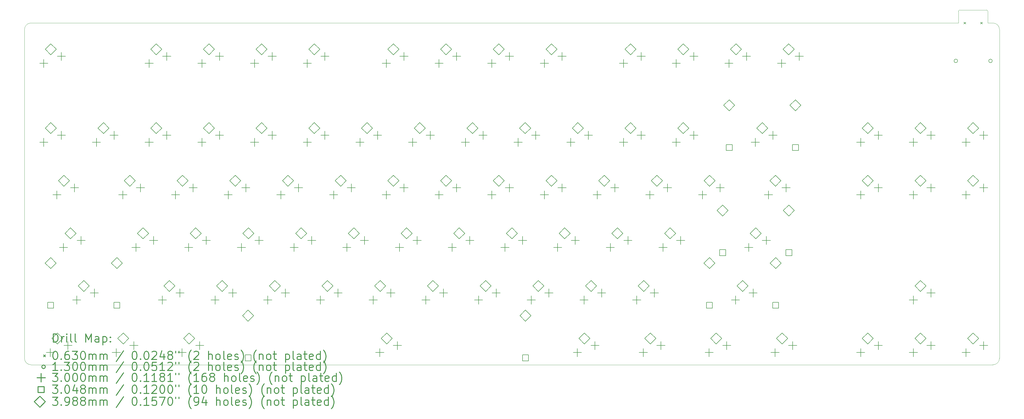
<source format=gbr>
%FSLAX45Y45*%
G04 Gerber Fmt 4.5, Leading zero omitted, Abs format (unit mm)*
G04 Created by KiCad (PCBNEW 5.1.10-88a1d61d58~90~ubuntu21.04.1) date 2021-09-24 17:48:30*
%MOMM*%
%LPD*%
G01*
G04 APERTURE LIST*
%TA.AperFunction,Profile*%
%ADD10C,0.050000*%
%TD*%
%ADD11C,0.200000*%
%ADD12C,0.300000*%
G04 APERTURE END LIST*
D10*
X32720000Y950000D02*
X27550000Y950000D01*
X33730000Y1420000D02*
G75*
G02*
X33780000Y1370000I0J-50000D01*
G01*
X32720000Y1370000D02*
G75*
G02*
X32770000Y1420000I50000J0D01*
G01*
X32720000Y1370000D02*
X32720000Y950000D01*
X32770000Y1420000D02*
X33250000Y1420000D01*
X33730000Y1420000D02*
X33250000Y1420000D01*
X33780000Y950000D02*
X33962500Y950000D01*
X33780000Y1370000D02*
X33780000Y950000D01*
X27550000Y950000D02*
X-475000Y950000D01*
X-950000Y712500D02*
G75*
G02*
X-712500Y950000I237500J0D01*
G01*
X-712500Y-11400000D02*
G75*
G02*
X-950000Y-11162500I0J237500D01*
G01*
X34200000Y-11162500D02*
G75*
G02*
X33962500Y-11400000I-237500J0D01*
G01*
X33962500Y950000D02*
G75*
G02*
X34200000Y712500I0J-237500D01*
G01*
X34200000Y475000D02*
X34200000Y712500D01*
X33962500Y-11400000D02*
X33725000Y-11400000D01*
X34200000Y-11162500D02*
X34200000Y-10925000D01*
X-950000Y-10925000D02*
X-950000Y-11162500D01*
X-475000Y-11400000D02*
X-712500Y-11400000D01*
X-475000Y950000D02*
X-712500Y950000D01*
X-950000Y475000D02*
X-950000Y712500D01*
X-950000Y475000D02*
X-950000Y-10925000D01*
X34200000Y-10925000D02*
X34200000Y475000D01*
X-475000Y-11400000D02*
X33725000Y-11400000D01*
D11*
X32918500Y979000D02*
X32981500Y916000D01*
X32981500Y979000D02*
X32918500Y916000D01*
X33518500Y979000D02*
X33581500Y916000D01*
X33581500Y979000D02*
X33518500Y916000D01*
X32690000Y-420000D02*
G75*
G03*
X32690000Y-420000I-65000J0D01*
G01*
X33940000Y-420000D02*
G75*
G03*
X33940000Y-420000I-65000J0D01*
G01*
X-254000Y-358000D02*
X-254000Y-658000D01*
X-404000Y-508000D02*
X-104000Y-508000D01*
X-254000Y-3208000D02*
X-254000Y-3508000D01*
X-404000Y-3358000D02*
X-104000Y-3358000D01*
X-16500Y-10808000D02*
X-16500Y-11108000D01*
X-166500Y-10958000D02*
X133500Y-10958000D01*
X221000Y-5108000D02*
X221000Y-5408000D01*
X71000Y-5258000D02*
X371000Y-5258000D01*
X381000Y-104000D02*
X381000Y-404000D01*
X231000Y-254000D02*
X531000Y-254000D01*
X381000Y-2954000D02*
X381000Y-3254000D01*
X231000Y-3104000D02*
X531000Y-3104000D01*
X458500Y-7008000D02*
X458500Y-7308000D01*
X308500Y-7158000D02*
X608500Y-7158000D01*
X618500Y-10554000D02*
X618500Y-10854000D01*
X468500Y-10704000D02*
X768500Y-10704000D01*
X856000Y-4854000D02*
X856000Y-5154000D01*
X706000Y-5004000D02*
X1006000Y-5004000D01*
X933500Y-8908000D02*
X933500Y-9208000D01*
X783500Y-9058000D02*
X1083500Y-9058000D01*
X1093500Y-6754000D02*
X1093500Y-7054000D01*
X943500Y-6904000D02*
X1243500Y-6904000D01*
X1568500Y-8654000D02*
X1568500Y-8954000D01*
X1418500Y-8804000D02*
X1718500Y-8804000D01*
X1646000Y-3208000D02*
X1646000Y-3508000D01*
X1496000Y-3358000D02*
X1796000Y-3358000D01*
X2281000Y-2954000D02*
X2281000Y-3254000D01*
X2131000Y-3104000D02*
X2431000Y-3104000D01*
X2358500Y-10808000D02*
X2358500Y-11108000D01*
X2208500Y-10958000D02*
X2508500Y-10958000D01*
X2596000Y-5108000D02*
X2596000Y-5408000D01*
X2446000Y-5258000D02*
X2746000Y-5258000D01*
X2993500Y-10554000D02*
X2993500Y-10854000D01*
X2843500Y-10704000D02*
X3143500Y-10704000D01*
X3071000Y-7008000D02*
X3071000Y-7308000D01*
X2921000Y-7158000D02*
X3221000Y-7158000D01*
X3231000Y-4854000D02*
X3231000Y-5154000D01*
X3081000Y-5004000D02*
X3381000Y-5004000D01*
X3546000Y-358000D02*
X3546000Y-658000D01*
X3396000Y-508000D02*
X3696000Y-508000D01*
X3546000Y-3208000D02*
X3546000Y-3508000D01*
X3396000Y-3358000D02*
X3696000Y-3358000D01*
X3706000Y-6754000D02*
X3706000Y-7054000D01*
X3556000Y-6904000D02*
X3856000Y-6904000D01*
X4021000Y-8908000D02*
X4021000Y-9208000D01*
X3871000Y-9058000D02*
X4171000Y-9058000D01*
X4181000Y-104000D02*
X4181000Y-404000D01*
X4031000Y-254000D02*
X4331000Y-254000D01*
X4181000Y-2954000D02*
X4181000Y-3254000D01*
X4031000Y-3104000D02*
X4331000Y-3104000D01*
X4496000Y-5108000D02*
X4496000Y-5408000D01*
X4346000Y-5258000D02*
X4646000Y-5258000D01*
X4656000Y-8654000D02*
X4656000Y-8954000D01*
X4506000Y-8804000D02*
X4806000Y-8804000D01*
X4733500Y-10808000D02*
X4733500Y-11108000D01*
X4583500Y-10958000D02*
X4883500Y-10958000D01*
X4971000Y-7008000D02*
X4971000Y-7308000D01*
X4821000Y-7158000D02*
X5121000Y-7158000D01*
X5131000Y-4854000D02*
X5131000Y-5154000D01*
X4981000Y-5004000D02*
X5281000Y-5004000D01*
X5368500Y-10554000D02*
X5368500Y-10854000D01*
X5218500Y-10704000D02*
X5518500Y-10704000D01*
X5446000Y-358000D02*
X5446000Y-658000D01*
X5296000Y-508000D02*
X5596000Y-508000D01*
X5446000Y-3208000D02*
X5446000Y-3508000D01*
X5296000Y-3358000D02*
X5596000Y-3358000D01*
X5606000Y-6754000D02*
X5606000Y-7054000D01*
X5456000Y-6904000D02*
X5756000Y-6904000D01*
X5921000Y-8908000D02*
X5921000Y-9208000D01*
X5771000Y-9058000D02*
X6071000Y-9058000D01*
X6081000Y-104000D02*
X6081000Y-404000D01*
X5931000Y-254000D02*
X6231000Y-254000D01*
X6081000Y-2954000D02*
X6081000Y-3254000D01*
X5931000Y-3104000D02*
X6231000Y-3104000D01*
X6396000Y-5108000D02*
X6396000Y-5408000D01*
X6246000Y-5258000D02*
X6546000Y-5258000D01*
X6556000Y-8654000D02*
X6556000Y-8954000D01*
X6406000Y-8804000D02*
X6706000Y-8804000D01*
X6871000Y-7008000D02*
X6871000Y-7308000D01*
X6721000Y-7158000D02*
X7021000Y-7158000D01*
X7031000Y-4854000D02*
X7031000Y-5154000D01*
X6881000Y-5004000D02*
X7181000Y-5004000D01*
X7346000Y-358000D02*
X7346000Y-658000D01*
X7196000Y-508000D02*
X7496000Y-508000D01*
X7346000Y-3208000D02*
X7346000Y-3508000D01*
X7196000Y-3358000D02*
X7496000Y-3358000D01*
X7506000Y-6754000D02*
X7506000Y-7054000D01*
X7356000Y-6904000D02*
X7656000Y-6904000D01*
X7821000Y-8908000D02*
X7821000Y-9208000D01*
X7671000Y-9058000D02*
X7971000Y-9058000D01*
X7981000Y-104000D02*
X7981000Y-404000D01*
X7831000Y-254000D02*
X8131000Y-254000D01*
X7981000Y-2954000D02*
X7981000Y-3254000D01*
X7831000Y-3104000D02*
X8131000Y-3104000D01*
X8296000Y-5108000D02*
X8296000Y-5408000D01*
X8146000Y-5258000D02*
X8446000Y-5258000D01*
X8456000Y-8654000D02*
X8456000Y-8954000D01*
X8306000Y-8804000D02*
X8606000Y-8804000D01*
X8771000Y-7008000D02*
X8771000Y-7308000D01*
X8621000Y-7158000D02*
X8921000Y-7158000D01*
X8931000Y-4854000D02*
X8931000Y-5154000D01*
X8781000Y-5004000D02*
X9081000Y-5004000D01*
X9246000Y-358000D02*
X9246000Y-658000D01*
X9096000Y-508000D02*
X9396000Y-508000D01*
X9246000Y-3208000D02*
X9246000Y-3508000D01*
X9096000Y-3358000D02*
X9396000Y-3358000D01*
X9406000Y-6754000D02*
X9406000Y-7054000D01*
X9256000Y-6904000D02*
X9556000Y-6904000D01*
X9721000Y-8908000D02*
X9721000Y-9208000D01*
X9571000Y-9058000D02*
X9871000Y-9058000D01*
X9881000Y-104000D02*
X9881000Y-404000D01*
X9731000Y-254000D02*
X10031000Y-254000D01*
X9881000Y-2954000D02*
X9881000Y-3254000D01*
X9731000Y-3104000D02*
X10031000Y-3104000D01*
X10196000Y-5108000D02*
X10196000Y-5408000D01*
X10046000Y-5258000D02*
X10346000Y-5258000D01*
X10356000Y-8654000D02*
X10356000Y-8954000D01*
X10206000Y-8804000D02*
X10506000Y-8804000D01*
X10671000Y-7008000D02*
X10671000Y-7308000D01*
X10521000Y-7158000D02*
X10821000Y-7158000D01*
X10831000Y-4854000D02*
X10831000Y-5154000D01*
X10681000Y-5004000D02*
X10981000Y-5004000D01*
X11146000Y-3208000D02*
X11146000Y-3508000D01*
X10996000Y-3358000D02*
X11296000Y-3358000D01*
X11306000Y-6754000D02*
X11306000Y-7054000D01*
X11156000Y-6904000D02*
X11456000Y-6904000D01*
X11621000Y-8908000D02*
X11621000Y-9208000D01*
X11471000Y-9058000D02*
X11771000Y-9058000D01*
X11781000Y-2954000D02*
X11781000Y-3254000D01*
X11631000Y-3104000D02*
X11931000Y-3104000D01*
X11858500Y-10808000D02*
X11858500Y-11108000D01*
X11708500Y-10958000D02*
X12008500Y-10958000D01*
X12096000Y-358000D02*
X12096000Y-658000D01*
X11946000Y-508000D02*
X12246000Y-508000D01*
X12096000Y-5108000D02*
X12096000Y-5408000D01*
X11946000Y-5258000D02*
X12246000Y-5258000D01*
X12256000Y-8654000D02*
X12256000Y-8954000D01*
X12106000Y-8804000D02*
X12406000Y-8804000D01*
X12493500Y-10554000D02*
X12493500Y-10854000D01*
X12343500Y-10704000D02*
X12643500Y-10704000D01*
X12571000Y-7008000D02*
X12571000Y-7308000D01*
X12421000Y-7158000D02*
X12721000Y-7158000D01*
X12731000Y-104000D02*
X12731000Y-404000D01*
X12581000Y-254000D02*
X12881000Y-254000D01*
X12731000Y-4854000D02*
X12731000Y-5154000D01*
X12581000Y-5004000D02*
X12881000Y-5004000D01*
X13046000Y-3208000D02*
X13046000Y-3508000D01*
X12896000Y-3358000D02*
X13196000Y-3358000D01*
X13206000Y-6754000D02*
X13206000Y-7054000D01*
X13056000Y-6904000D02*
X13356000Y-6904000D01*
X13521000Y-8908000D02*
X13521000Y-9208000D01*
X13371000Y-9058000D02*
X13671000Y-9058000D01*
X13681000Y-2954000D02*
X13681000Y-3254000D01*
X13531000Y-3104000D02*
X13831000Y-3104000D01*
X13996000Y-358000D02*
X13996000Y-658000D01*
X13846000Y-508000D02*
X14146000Y-508000D01*
X13996000Y-5108000D02*
X13996000Y-5408000D01*
X13846000Y-5258000D02*
X14146000Y-5258000D01*
X14156000Y-8654000D02*
X14156000Y-8954000D01*
X14006000Y-8804000D02*
X14306000Y-8804000D01*
X14471000Y-7008000D02*
X14471000Y-7308000D01*
X14321000Y-7158000D02*
X14621000Y-7158000D01*
X14631000Y-104000D02*
X14631000Y-404000D01*
X14481000Y-254000D02*
X14781000Y-254000D01*
X14631000Y-4854000D02*
X14631000Y-5154000D01*
X14481000Y-5004000D02*
X14781000Y-5004000D01*
X14946000Y-3208000D02*
X14946000Y-3508000D01*
X14796000Y-3358000D02*
X15096000Y-3358000D01*
X15106000Y-6754000D02*
X15106000Y-7054000D01*
X14956000Y-6904000D02*
X15256000Y-6904000D01*
X15421000Y-8908000D02*
X15421000Y-9208000D01*
X15271000Y-9058000D02*
X15571000Y-9058000D01*
X15581000Y-2954000D02*
X15581000Y-3254000D01*
X15431000Y-3104000D02*
X15731000Y-3104000D01*
X15896000Y-358000D02*
X15896000Y-658000D01*
X15746000Y-508000D02*
X16046000Y-508000D01*
X15896000Y-5108000D02*
X15896000Y-5408000D01*
X15746000Y-5258000D02*
X16046000Y-5258000D01*
X16056000Y-8654000D02*
X16056000Y-8954000D01*
X15906000Y-8804000D02*
X16206000Y-8804000D01*
X16371000Y-7008000D02*
X16371000Y-7308000D01*
X16221000Y-7158000D02*
X16521000Y-7158000D01*
X16531000Y-104000D02*
X16531000Y-404000D01*
X16381000Y-254000D02*
X16681000Y-254000D01*
X16531000Y-4854000D02*
X16531000Y-5154000D01*
X16381000Y-5004000D02*
X16681000Y-5004000D01*
X16846000Y-3208000D02*
X16846000Y-3508000D01*
X16696000Y-3358000D02*
X16996000Y-3358000D01*
X17006000Y-6754000D02*
X17006000Y-7054000D01*
X16856000Y-6904000D02*
X17156000Y-6904000D01*
X17321000Y-8908000D02*
X17321000Y-9208000D01*
X17171000Y-9058000D02*
X17471000Y-9058000D01*
X17481000Y-2954000D02*
X17481000Y-3254000D01*
X17331000Y-3104000D02*
X17631000Y-3104000D01*
X17796000Y-358000D02*
X17796000Y-658000D01*
X17646000Y-508000D02*
X17946000Y-508000D01*
X17796000Y-5108000D02*
X17796000Y-5408000D01*
X17646000Y-5258000D02*
X17946000Y-5258000D01*
X17956000Y-8654000D02*
X17956000Y-8954000D01*
X17806000Y-8804000D02*
X18106000Y-8804000D01*
X18271000Y-7008000D02*
X18271000Y-7308000D01*
X18121000Y-7158000D02*
X18421000Y-7158000D01*
X18431000Y-104000D02*
X18431000Y-404000D01*
X18281000Y-254000D02*
X18581000Y-254000D01*
X18431000Y-4854000D02*
X18431000Y-5154000D01*
X18281000Y-5004000D02*
X18581000Y-5004000D01*
X18746000Y-3208000D02*
X18746000Y-3508000D01*
X18596000Y-3358000D02*
X18896000Y-3358000D01*
X18906000Y-6754000D02*
X18906000Y-7054000D01*
X18756000Y-6904000D02*
X19056000Y-6904000D01*
X18983500Y-10808000D02*
X18983500Y-11108000D01*
X18833500Y-10958000D02*
X19133500Y-10958000D01*
X19221000Y-8908000D02*
X19221000Y-9208000D01*
X19071000Y-9058000D02*
X19371000Y-9058000D01*
X19381000Y-2954000D02*
X19381000Y-3254000D01*
X19231000Y-3104000D02*
X19531000Y-3104000D01*
X19618500Y-10554000D02*
X19618500Y-10854000D01*
X19468500Y-10704000D02*
X19768500Y-10704000D01*
X19696000Y-5108000D02*
X19696000Y-5408000D01*
X19546000Y-5258000D02*
X19846000Y-5258000D01*
X19856000Y-8654000D02*
X19856000Y-8954000D01*
X19706000Y-8804000D02*
X20006000Y-8804000D01*
X20171000Y-7008000D02*
X20171000Y-7308000D01*
X20021000Y-7158000D02*
X20321000Y-7158000D01*
X20331000Y-4854000D02*
X20331000Y-5154000D01*
X20181000Y-5004000D02*
X20481000Y-5004000D01*
X20646000Y-358000D02*
X20646000Y-658000D01*
X20496000Y-508000D02*
X20796000Y-508000D01*
X20646000Y-3208000D02*
X20646000Y-3508000D01*
X20496000Y-3358000D02*
X20796000Y-3358000D01*
X20806000Y-6754000D02*
X20806000Y-7054000D01*
X20656000Y-6904000D02*
X20956000Y-6904000D01*
X21121000Y-8908000D02*
X21121000Y-9208000D01*
X20971000Y-9058000D02*
X21271000Y-9058000D01*
X21281000Y-104000D02*
X21281000Y-404000D01*
X21131000Y-254000D02*
X21431000Y-254000D01*
X21281000Y-2954000D02*
X21281000Y-3254000D01*
X21131000Y-3104000D02*
X21431000Y-3104000D01*
X21358500Y-10808000D02*
X21358500Y-11108000D01*
X21208500Y-10958000D02*
X21508500Y-10958000D01*
X21596000Y-5108000D02*
X21596000Y-5408000D01*
X21446000Y-5258000D02*
X21746000Y-5258000D01*
X21756000Y-8654000D02*
X21756000Y-8954000D01*
X21606000Y-8804000D02*
X21906000Y-8804000D01*
X21993500Y-10554000D02*
X21993500Y-10854000D01*
X21843500Y-10704000D02*
X22143500Y-10704000D01*
X22071000Y-7008000D02*
X22071000Y-7308000D01*
X21921000Y-7158000D02*
X22221000Y-7158000D01*
X22231000Y-4854000D02*
X22231000Y-5154000D01*
X22081000Y-5004000D02*
X22381000Y-5004000D01*
X22546000Y-358000D02*
X22546000Y-658000D01*
X22396000Y-508000D02*
X22696000Y-508000D01*
X22546000Y-3208000D02*
X22546000Y-3508000D01*
X22396000Y-3358000D02*
X22696000Y-3358000D01*
X22706000Y-6754000D02*
X22706000Y-7054000D01*
X22556000Y-6904000D02*
X22856000Y-6904000D01*
X23181000Y-104000D02*
X23181000Y-404000D01*
X23031000Y-254000D02*
X23331000Y-254000D01*
X23181000Y-2954000D02*
X23181000Y-3254000D01*
X23031000Y-3104000D02*
X23331000Y-3104000D01*
X23496000Y-5108000D02*
X23496000Y-5408000D01*
X23346000Y-5258000D02*
X23646000Y-5258000D01*
X23733500Y-10808000D02*
X23733500Y-11108000D01*
X23583500Y-10958000D02*
X23883500Y-10958000D01*
X24131000Y-4854000D02*
X24131000Y-5154000D01*
X23981000Y-5004000D02*
X24281000Y-5004000D01*
X24368500Y-10554000D02*
X24368500Y-10854000D01*
X24218500Y-10704000D02*
X24518500Y-10704000D01*
X24446000Y-358000D02*
X24446000Y-658000D01*
X24296000Y-508000D02*
X24596000Y-508000D01*
X24683500Y-8908000D02*
X24683500Y-9208000D01*
X24533500Y-9058000D02*
X24833500Y-9058000D01*
X25081000Y-104000D02*
X25081000Y-404000D01*
X24931000Y-254000D02*
X25231000Y-254000D01*
X25158500Y-7008000D02*
X25158500Y-7308000D01*
X25008500Y-7158000D02*
X25308500Y-7158000D01*
X25318500Y-8654000D02*
X25318500Y-8954000D01*
X25168500Y-8804000D02*
X25468500Y-8804000D01*
X25396000Y-3208000D02*
X25396000Y-3508000D01*
X25246000Y-3358000D02*
X25546000Y-3358000D01*
X25793500Y-6754000D02*
X25793500Y-7054000D01*
X25643500Y-6904000D02*
X25943500Y-6904000D01*
X25871000Y-5108000D02*
X25871000Y-5408000D01*
X25721000Y-5258000D02*
X26021000Y-5258000D01*
X26031000Y-2954000D02*
X26031000Y-3254000D01*
X25881000Y-3104000D02*
X26181000Y-3104000D01*
X26108500Y-10808000D02*
X26108500Y-11108000D01*
X25958500Y-10958000D02*
X26258500Y-10958000D01*
X26346000Y-358000D02*
X26346000Y-658000D01*
X26196000Y-508000D02*
X26496000Y-508000D01*
X26506000Y-4854000D02*
X26506000Y-5154000D01*
X26356000Y-5004000D02*
X26656000Y-5004000D01*
X26743500Y-10554000D02*
X26743500Y-10854000D01*
X26593500Y-10704000D02*
X26893500Y-10704000D01*
X26981000Y-104000D02*
X26981000Y-404000D01*
X26831000Y-254000D02*
X27131000Y-254000D01*
X29196000Y-3208000D02*
X29196000Y-3508000D01*
X29046000Y-3358000D02*
X29346000Y-3358000D01*
X29196000Y-5108000D02*
X29196000Y-5408000D01*
X29046000Y-5258000D02*
X29346000Y-5258000D01*
X29196000Y-10808000D02*
X29196000Y-11108000D01*
X29046000Y-10958000D02*
X29346000Y-10958000D01*
X29831000Y-2954000D02*
X29831000Y-3254000D01*
X29681000Y-3104000D02*
X29981000Y-3104000D01*
X29831000Y-4854000D02*
X29831000Y-5154000D01*
X29681000Y-5004000D02*
X29981000Y-5004000D01*
X29831000Y-10554000D02*
X29831000Y-10854000D01*
X29681000Y-10704000D02*
X29981000Y-10704000D01*
X31096000Y-3208000D02*
X31096000Y-3508000D01*
X30946000Y-3358000D02*
X31246000Y-3358000D01*
X31096000Y-5108000D02*
X31096000Y-5408000D01*
X30946000Y-5258000D02*
X31246000Y-5258000D01*
X31096000Y-8908000D02*
X31096000Y-9208000D01*
X30946000Y-9058000D02*
X31246000Y-9058000D01*
X31096000Y-10808000D02*
X31096000Y-11108000D01*
X30946000Y-10958000D02*
X31246000Y-10958000D01*
X31731000Y-2954000D02*
X31731000Y-3254000D01*
X31581000Y-3104000D02*
X31881000Y-3104000D01*
X31731000Y-4854000D02*
X31731000Y-5154000D01*
X31581000Y-5004000D02*
X31881000Y-5004000D01*
X31731000Y-8654000D02*
X31731000Y-8954000D01*
X31581000Y-8804000D02*
X31881000Y-8804000D01*
X31731000Y-10554000D02*
X31731000Y-10854000D01*
X31581000Y-10704000D02*
X31881000Y-10704000D01*
X32996000Y-3208000D02*
X32996000Y-3508000D01*
X32846000Y-3358000D02*
X33146000Y-3358000D01*
X32996000Y-5108000D02*
X32996000Y-5408000D01*
X32846000Y-5258000D02*
X33146000Y-5258000D01*
X32996000Y-10808000D02*
X32996000Y-11108000D01*
X32846000Y-10958000D02*
X33146000Y-10958000D01*
X33631000Y-2954000D02*
X33631000Y-3254000D01*
X33481000Y-3104000D02*
X33781000Y-3104000D01*
X33631000Y-4854000D02*
X33631000Y-5154000D01*
X33481000Y-5004000D02*
X33781000Y-5004000D01*
X33631000Y-10554000D02*
X33631000Y-10854000D01*
X33481000Y-10704000D02*
X33781000Y-10704000D01*
X101464Y-9356264D02*
X101464Y-9140736D01*
X-114064Y-9140736D01*
X-114064Y-9356264D01*
X101464Y-9356264D01*
X2489064Y-9356264D02*
X2489064Y-9140736D01*
X2273536Y-9140736D01*
X2273536Y-9356264D01*
X2489064Y-9356264D01*
X7220264Y-11256264D02*
X7220264Y-11040736D01*
X7004736Y-11040736D01*
X7004736Y-11256264D01*
X7220264Y-11256264D01*
X17220264Y-11256264D02*
X17220264Y-11040736D01*
X17004736Y-11040736D01*
X17004736Y-11256264D01*
X17220264Y-11256264D01*
X23851464Y-9356264D02*
X23851464Y-9140736D01*
X23635936Y-9140736D01*
X23635936Y-9356264D01*
X23851464Y-9356264D01*
X24326464Y-7456264D02*
X24326464Y-7240736D01*
X24110936Y-7240736D01*
X24110936Y-7456264D01*
X24326464Y-7456264D01*
X24563964Y-3656264D02*
X24563964Y-3440736D01*
X24348436Y-3440736D01*
X24348436Y-3656264D01*
X24563964Y-3656264D01*
X26239064Y-9356264D02*
X26239064Y-9140736D01*
X26023536Y-9140736D01*
X26023536Y-9356264D01*
X26239064Y-9356264D01*
X26714064Y-7456264D02*
X26714064Y-7240736D01*
X26498536Y-7240736D01*
X26498536Y-7456264D01*
X26714064Y-7456264D01*
X26951564Y-3656264D02*
X26951564Y-3440736D01*
X26736036Y-3440736D01*
X26736036Y-3656264D01*
X26951564Y-3656264D01*
X-6300Y-7923890D02*
X193090Y-7724500D01*
X-6300Y-7525110D01*
X-205690Y-7724500D01*
X-6300Y-7923890D01*
X0Y-199390D02*
X199390Y0D01*
X0Y199390D01*
X-199390Y0D01*
X0Y-199390D01*
X0Y-3049390D02*
X199390Y-2850000D01*
X0Y-2650610D01*
X-199390Y-2850000D01*
X0Y-3049390D01*
X237500Y-10649390D02*
X436890Y-10450000D01*
X237500Y-10250610D01*
X38110Y-10450000D01*
X237500Y-10649390D01*
X475000Y-4949390D02*
X674390Y-4750000D01*
X475000Y-4550610D01*
X275610Y-4750000D01*
X475000Y-4949390D01*
X712500Y-6849390D02*
X911890Y-6650000D01*
X712500Y-6450610D01*
X513110Y-6650000D01*
X712500Y-6849390D01*
X1187500Y-8749390D02*
X1386890Y-8550000D01*
X1187500Y-8350610D01*
X988110Y-8550000D01*
X1187500Y-8749390D01*
X1900000Y-3049390D02*
X2099390Y-2850000D01*
X1900000Y-2650610D01*
X1700610Y-2850000D01*
X1900000Y-3049390D01*
X2381300Y-7923890D02*
X2580690Y-7724500D01*
X2381300Y-7525110D01*
X2181910Y-7724500D01*
X2381300Y-7923890D01*
X2612500Y-10649390D02*
X2811890Y-10450000D01*
X2612500Y-10250610D01*
X2413110Y-10450000D01*
X2612500Y-10649390D01*
X2850000Y-4949390D02*
X3049390Y-4750000D01*
X2850000Y-4550610D01*
X2650610Y-4750000D01*
X2850000Y-4949390D01*
X3325000Y-6849390D02*
X3524390Y-6650000D01*
X3325000Y-6450610D01*
X3125610Y-6650000D01*
X3325000Y-6849390D01*
X3800000Y-199390D02*
X3999390Y0D01*
X3800000Y199390D01*
X3600610Y0D01*
X3800000Y-199390D01*
X3800000Y-3049390D02*
X3999390Y-2850000D01*
X3800000Y-2650610D01*
X3600610Y-2850000D01*
X3800000Y-3049390D01*
X4275000Y-8749390D02*
X4474390Y-8550000D01*
X4275000Y-8350610D01*
X4075610Y-8550000D01*
X4275000Y-8749390D01*
X4750000Y-4949390D02*
X4949390Y-4750000D01*
X4750000Y-4550610D01*
X4550610Y-4750000D01*
X4750000Y-4949390D01*
X4987500Y-10649390D02*
X5186890Y-10450000D01*
X4987500Y-10250610D01*
X4788110Y-10450000D01*
X4987500Y-10649390D01*
X5225000Y-6849390D02*
X5424390Y-6650000D01*
X5225000Y-6450610D01*
X5025610Y-6650000D01*
X5225000Y-6849390D01*
X5700000Y-199390D02*
X5899390Y0D01*
X5700000Y199390D01*
X5500610Y0D01*
X5700000Y-199390D01*
X5700000Y-3049390D02*
X5899390Y-2850000D01*
X5700000Y-2650610D01*
X5500610Y-2850000D01*
X5700000Y-3049390D01*
X6175000Y-8749390D02*
X6374390Y-8550000D01*
X6175000Y-8350610D01*
X5975610Y-8550000D01*
X6175000Y-8749390D01*
X6650000Y-4949390D02*
X6849390Y-4750000D01*
X6650000Y-4550610D01*
X6450610Y-4750000D01*
X6650000Y-4949390D01*
X7112500Y-9823890D02*
X7311890Y-9624500D01*
X7112500Y-9425110D01*
X6913110Y-9624500D01*
X7112500Y-9823890D01*
X7125000Y-6849390D02*
X7324390Y-6650000D01*
X7125000Y-6450610D01*
X6925610Y-6650000D01*
X7125000Y-6849390D01*
X7600000Y-199390D02*
X7799390Y0D01*
X7600000Y199390D01*
X7400610Y0D01*
X7600000Y-199390D01*
X7600000Y-3049390D02*
X7799390Y-2850000D01*
X7600000Y-2650610D01*
X7400610Y-2850000D01*
X7600000Y-3049390D01*
X8075000Y-8749390D02*
X8274390Y-8550000D01*
X8075000Y-8350610D01*
X7875610Y-8550000D01*
X8075000Y-8749390D01*
X8550000Y-4949390D02*
X8749390Y-4750000D01*
X8550000Y-4550610D01*
X8350610Y-4750000D01*
X8550000Y-4949390D01*
X9025000Y-6849390D02*
X9224390Y-6650000D01*
X9025000Y-6450610D01*
X8825610Y-6650000D01*
X9025000Y-6849390D01*
X9500000Y-199390D02*
X9699390Y0D01*
X9500000Y199390D01*
X9300610Y0D01*
X9500000Y-199390D01*
X9500000Y-3049390D02*
X9699390Y-2850000D01*
X9500000Y-2650610D01*
X9300610Y-2850000D01*
X9500000Y-3049390D01*
X9975000Y-8749390D02*
X10174390Y-8550000D01*
X9975000Y-8350610D01*
X9775610Y-8550000D01*
X9975000Y-8749390D01*
X10450000Y-4949390D02*
X10649390Y-4750000D01*
X10450000Y-4550610D01*
X10250610Y-4750000D01*
X10450000Y-4949390D01*
X10925000Y-6849390D02*
X11124390Y-6650000D01*
X10925000Y-6450610D01*
X10725610Y-6650000D01*
X10925000Y-6849390D01*
X11400000Y-3049390D02*
X11599390Y-2850000D01*
X11400000Y-2650610D01*
X11200610Y-2850000D01*
X11400000Y-3049390D01*
X11875000Y-8749390D02*
X12074390Y-8550000D01*
X11875000Y-8350610D01*
X11675610Y-8550000D01*
X11875000Y-8749390D01*
X12112500Y-10649390D02*
X12311890Y-10450000D01*
X12112500Y-10250610D01*
X11913110Y-10450000D01*
X12112500Y-10649390D01*
X12350000Y-199390D02*
X12549390Y0D01*
X12350000Y199390D01*
X12150610Y0D01*
X12350000Y-199390D01*
X12350000Y-4949390D02*
X12549390Y-4750000D01*
X12350000Y-4550610D01*
X12150610Y-4750000D01*
X12350000Y-4949390D01*
X12825000Y-6849390D02*
X13024390Y-6650000D01*
X12825000Y-6450610D01*
X12625610Y-6650000D01*
X12825000Y-6849390D01*
X13300000Y-3049390D02*
X13499390Y-2850000D01*
X13300000Y-2650610D01*
X13100610Y-2850000D01*
X13300000Y-3049390D01*
X13775000Y-8749390D02*
X13974390Y-8550000D01*
X13775000Y-8350610D01*
X13575610Y-8550000D01*
X13775000Y-8749390D01*
X14250000Y-199390D02*
X14449390Y0D01*
X14250000Y199390D01*
X14050610Y0D01*
X14250000Y-199390D01*
X14250000Y-4949390D02*
X14449390Y-4750000D01*
X14250000Y-4550610D01*
X14050610Y-4750000D01*
X14250000Y-4949390D01*
X14725000Y-6849390D02*
X14924390Y-6650000D01*
X14725000Y-6450610D01*
X14525610Y-6650000D01*
X14725000Y-6849390D01*
X15200000Y-3049390D02*
X15399390Y-2850000D01*
X15200000Y-2650610D01*
X15000610Y-2850000D01*
X15200000Y-3049390D01*
X15675000Y-8749390D02*
X15874390Y-8550000D01*
X15675000Y-8350610D01*
X15475610Y-8550000D01*
X15675000Y-8749390D01*
X16150000Y-199390D02*
X16349390Y0D01*
X16150000Y199390D01*
X15950610Y0D01*
X16150000Y-199390D01*
X16150000Y-4949390D02*
X16349390Y-4750000D01*
X16150000Y-4550610D01*
X15950610Y-4750000D01*
X16150000Y-4949390D01*
X16625000Y-6849390D02*
X16824390Y-6650000D01*
X16625000Y-6450610D01*
X16425610Y-6650000D01*
X16625000Y-6849390D01*
X17100000Y-3049390D02*
X17299390Y-2850000D01*
X17100000Y-2650610D01*
X16900610Y-2850000D01*
X17100000Y-3049390D01*
X17112500Y-9823890D02*
X17311890Y-9624500D01*
X17112500Y-9425110D01*
X16913110Y-9624500D01*
X17112500Y-9823890D01*
X17575000Y-8749390D02*
X17774390Y-8550000D01*
X17575000Y-8350610D01*
X17375610Y-8550000D01*
X17575000Y-8749390D01*
X18050000Y-199390D02*
X18249390Y0D01*
X18050000Y199390D01*
X17850610Y0D01*
X18050000Y-199390D01*
X18050000Y-4949390D02*
X18249390Y-4750000D01*
X18050000Y-4550610D01*
X17850610Y-4750000D01*
X18050000Y-4949390D01*
X18525000Y-6849390D02*
X18724390Y-6650000D01*
X18525000Y-6450610D01*
X18325610Y-6650000D01*
X18525000Y-6849390D01*
X19000000Y-3049390D02*
X19199390Y-2850000D01*
X19000000Y-2650610D01*
X18800610Y-2850000D01*
X19000000Y-3049390D01*
X19237500Y-10649390D02*
X19436890Y-10450000D01*
X19237500Y-10250610D01*
X19038110Y-10450000D01*
X19237500Y-10649390D01*
X19475000Y-8749390D02*
X19674390Y-8550000D01*
X19475000Y-8350610D01*
X19275610Y-8550000D01*
X19475000Y-8749390D01*
X19950000Y-4949390D02*
X20149390Y-4750000D01*
X19950000Y-4550610D01*
X19750610Y-4750000D01*
X19950000Y-4949390D01*
X20425000Y-6849390D02*
X20624390Y-6650000D01*
X20425000Y-6450610D01*
X20225610Y-6650000D01*
X20425000Y-6849390D01*
X20900000Y-199390D02*
X21099390Y0D01*
X20900000Y199390D01*
X20700610Y0D01*
X20900000Y-199390D01*
X20900000Y-3049390D02*
X21099390Y-2850000D01*
X20900000Y-2650610D01*
X20700610Y-2850000D01*
X20900000Y-3049390D01*
X21375000Y-8749390D02*
X21574390Y-8550000D01*
X21375000Y-8350610D01*
X21175610Y-8550000D01*
X21375000Y-8749390D01*
X21612500Y-10649390D02*
X21811890Y-10450000D01*
X21612500Y-10250610D01*
X21413110Y-10450000D01*
X21612500Y-10649390D01*
X21850000Y-4949390D02*
X22049390Y-4750000D01*
X21850000Y-4550610D01*
X21650610Y-4750000D01*
X21850000Y-4949390D01*
X22325000Y-6849390D02*
X22524390Y-6650000D01*
X22325000Y-6450610D01*
X22125610Y-6650000D01*
X22325000Y-6849390D01*
X22800000Y-199390D02*
X22999390Y0D01*
X22800000Y199390D01*
X22600610Y0D01*
X22800000Y-199390D01*
X22800000Y-3049390D02*
X22999390Y-2850000D01*
X22800000Y-2650610D01*
X22600610Y-2850000D01*
X22800000Y-3049390D01*
X23743700Y-7923890D02*
X23943090Y-7724500D01*
X23743700Y-7525110D01*
X23544310Y-7724500D01*
X23743700Y-7923890D01*
X23750000Y-4949390D02*
X23949390Y-4750000D01*
X23750000Y-4550610D01*
X23550610Y-4750000D01*
X23750000Y-4949390D01*
X23987500Y-10649390D02*
X24186890Y-10450000D01*
X23987500Y-10250610D01*
X23788110Y-10450000D01*
X23987500Y-10649390D01*
X24218700Y-6023890D02*
X24418090Y-5824500D01*
X24218700Y-5625110D01*
X24019310Y-5824500D01*
X24218700Y-6023890D01*
X24456200Y-2223890D02*
X24655590Y-2024500D01*
X24456200Y-1825110D01*
X24256810Y-2024500D01*
X24456200Y-2223890D01*
X24700000Y-199390D02*
X24899390Y0D01*
X24700000Y199390D01*
X24500610Y0D01*
X24700000Y-199390D01*
X24937500Y-8749390D02*
X25136890Y-8550000D01*
X24937500Y-8350610D01*
X24738110Y-8550000D01*
X24937500Y-8749390D01*
X25412500Y-6849390D02*
X25611890Y-6650000D01*
X25412500Y-6450610D01*
X25213110Y-6650000D01*
X25412500Y-6849390D01*
X25650000Y-3049390D02*
X25849390Y-2850000D01*
X25650000Y-2650610D01*
X25450610Y-2850000D01*
X25650000Y-3049390D01*
X26125000Y-4949390D02*
X26324390Y-4750000D01*
X26125000Y-4550610D01*
X25925610Y-4750000D01*
X26125000Y-4949390D01*
X26131300Y-7923890D02*
X26330690Y-7724500D01*
X26131300Y-7525110D01*
X25931910Y-7724500D01*
X26131300Y-7923890D01*
X26362500Y-10649390D02*
X26561890Y-10450000D01*
X26362500Y-10250610D01*
X26163110Y-10450000D01*
X26362500Y-10649390D01*
X26600000Y-199390D02*
X26799390Y0D01*
X26600000Y199390D01*
X26400610Y0D01*
X26600000Y-199390D01*
X26606300Y-6023890D02*
X26805690Y-5824500D01*
X26606300Y-5625110D01*
X26406910Y-5824500D01*
X26606300Y-6023890D01*
X26843800Y-2223890D02*
X27043190Y-2024500D01*
X26843800Y-1825110D01*
X26644410Y-2024500D01*
X26843800Y-2223890D01*
X29450000Y-3049390D02*
X29649390Y-2850000D01*
X29450000Y-2650610D01*
X29250610Y-2850000D01*
X29450000Y-3049390D01*
X29450000Y-4949390D02*
X29649390Y-4750000D01*
X29450000Y-4550610D01*
X29250610Y-4750000D01*
X29450000Y-4949390D01*
X29450000Y-10649390D02*
X29649390Y-10450000D01*
X29450000Y-10250610D01*
X29250610Y-10450000D01*
X29450000Y-10649390D01*
X31350000Y-3049390D02*
X31549390Y-2850000D01*
X31350000Y-2650610D01*
X31150610Y-2850000D01*
X31350000Y-3049390D01*
X31350000Y-4949390D02*
X31549390Y-4750000D01*
X31350000Y-4550610D01*
X31150610Y-4750000D01*
X31350000Y-4949390D01*
X31350000Y-8749390D02*
X31549390Y-8550000D01*
X31350000Y-8350610D01*
X31150610Y-8550000D01*
X31350000Y-8749390D01*
X31350000Y-10649390D02*
X31549390Y-10450000D01*
X31350000Y-10250610D01*
X31150610Y-10450000D01*
X31350000Y-10649390D01*
X33250000Y-3049390D02*
X33449390Y-2850000D01*
X33250000Y-2650610D01*
X33050610Y-2850000D01*
X33250000Y-3049390D01*
X33250000Y-4949390D02*
X33449390Y-4750000D01*
X33250000Y-4550610D01*
X33050610Y-4750000D01*
X33250000Y-4949390D01*
X33250000Y-10649390D02*
X33449390Y-10450000D01*
X33250000Y-10250610D01*
X33050610Y-10450000D01*
X33250000Y-10649390D01*
D12*
X90428Y-10581714D02*
X90428Y-10281714D01*
X161857Y-10281714D01*
X204714Y-10296000D01*
X233286Y-10324572D01*
X247571Y-10353143D01*
X261857Y-10410286D01*
X261857Y-10453143D01*
X247571Y-10510286D01*
X233286Y-10538857D01*
X204714Y-10567429D01*
X161857Y-10581714D01*
X90428Y-10581714D01*
X390428Y-10581714D02*
X390428Y-10381714D01*
X390428Y-10438857D02*
X404714Y-10410286D01*
X419000Y-10396000D01*
X447571Y-10381714D01*
X476143Y-10381714D01*
X576143Y-10581714D02*
X576143Y-10381714D01*
X576143Y-10281714D02*
X561857Y-10296000D01*
X576143Y-10310286D01*
X590428Y-10296000D01*
X576143Y-10281714D01*
X576143Y-10310286D01*
X761857Y-10581714D02*
X733286Y-10567429D01*
X719000Y-10538857D01*
X719000Y-10281714D01*
X919000Y-10581714D02*
X890428Y-10567429D01*
X876143Y-10538857D01*
X876143Y-10281714D01*
X1261857Y-10581714D02*
X1261857Y-10281714D01*
X1361857Y-10496000D01*
X1461857Y-10281714D01*
X1461857Y-10581714D01*
X1733286Y-10581714D02*
X1733286Y-10424572D01*
X1719000Y-10396000D01*
X1690428Y-10381714D01*
X1633286Y-10381714D01*
X1604714Y-10396000D01*
X1733286Y-10567429D02*
X1704714Y-10581714D01*
X1633286Y-10581714D01*
X1604714Y-10567429D01*
X1590428Y-10538857D01*
X1590428Y-10510286D01*
X1604714Y-10481714D01*
X1633286Y-10467429D01*
X1704714Y-10467429D01*
X1733286Y-10453143D01*
X1876143Y-10381714D02*
X1876143Y-10681714D01*
X1876143Y-10396000D02*
X1904714Y-10381714D01*
X1961857Y-10381714D01*
X1990428Y-10396000D01*
X2004714Y-10410286D01*
X2019000Y-10438857D01*
X2019000Y-10524572D01*
X2004714Y-10553143D01*
X1990428Y-10567429D01*
X1961857Y-10581714D01*
X1904714Y-10581714D01*
X1876143Y-10567429D01*
X2147571Y-10553143D02*
X2161857Y-10567429D01*
X2147571Y-10581714D01*
X2133286Y-10567429D01*
X2147571Y-10553143D01*
X2147571Y-10581714D01*
X2147571Y-10396000D02*
X2161857Y-10410286D01*
X2147571Y-10424572D01*
X2133286Y-10410286D01*
X2147571Y-10396000D01*
X2147571Y-10424572D01*
X-259000Y-11044500D02*
X-196000Y-11107500D01*
X-196000Y-11044500D02*
X-259000Y-11107500D01*
X147571Y-10911714D02*
X176143Y-10911714D01*
X204714Y-10926000D01*
X219000Y-10940286D01*
X233286Y-10968857D01*
X247571Y-11026000D01*
X247571Y-11097429D01*
X233286Y-11154572D01*
X219000Y-11183143D01*
X204714Y-11197429D01*
X176143Y-11211714D01*
X147571Y-11211714D01*
X119000Y-11197429D01*
X104714Y-11183143D01*
X90428Y-11154572D01*
X76143Y-11097429D01*
X76143Y-11026000D01*
X90428Y-10968857D01*
X104714Y-10940286D01*
X119000Y-10926000D01*
X147571Y-10911714D01*
X376143Y-11183143D02*
X390428Y-11197429D01*
X376143Y-11211714D01*
X361857Y-11197429D01*
X376143Y-11183143D01*
X376143Y-11211714D01*
X647571Y-10911714D02*
X590428Y-10911714D01*
X561857Y-10926000D01*
X547571Y-10940286D01*
X519000Y-10983143D01*
X504714Y-11040286D01*
X504714Y-11154572D01*
X519000Y-11183143D01*
X533286Y-11197429D01*
X561857Y-11211714D01*
X619000Y-11211714D01*
X647571Y-11197429D01*
X661857Y-11183143D01*
X676143Y-11154572D01*
X676143Y-11083143D01*
X661857Y-11054572D01*
X647571Y-11040286D01*
X619000Y-11026000D01*
X561857Y-11026000D01*
X533286Y-11040286D01*
X519000Y-11054572D01*
X504714Y-11083143D01*
X776143Y-10911714D02*
X961857Y-10911714D01*
X861857Y-11026000D01*
X904714Y-11026000D01*
X933286Y-11040286D01*
X947571Y-11054572D01*
X961857Y-11083143D01*
X961857Y-11154572D01*
X947571Y-11183143D01*
X933286Y-11197429D01*
X904714Y-11211714D01*
X819000Y-11211714D01*
X790428Y-11197429D01*
X776143Y-11183143D01*
X1147571Y-10911714D02*
X1176143Y-10911714D01*
X1204714Y-10926000D01*
X1219000Y-10940286D01*
X1233286Y-10968857D01*
X1247571Y-11026000D01*
X1247571Y-11097429D01*
X1233286Y-11154572D01*
X1219000Y-11183143D01*
X1204714Y-11197429D01*
X1176143Y-11211714D01*
X1147571Y-11211714D01*
X1119000Y-11197429D01*
X1104714Y-11183143D01*
X1090428Y-11154572D01*
X1076143Y-11097429D01*
X1076143Y-11026000D01*
X1090428Y-10968857D01*
X1104714Y-10940286D01*
X1119000Y-10926000D01*
X1147571Y-10911714D01*
X1376143Y-11211714D02*
X1376143Y-11011714D01*
X1376143Y-11040286D02*
X1390428Y-11026000D01*
X1419000Y-11011714D01*
X1461857Y-11011714D01*
X1490428Y-11026000D01*
X1504714Y-11054572D01*
X1504714Y-11211714D01*
X1504714Y-11054572D02*
X1519000Y-11026000D01*
X1547571Y-11011714D01*
X1590428Y-11011714D01*
X1619000Y-11026000D01*
X1633286Y-11054572D01*
X1633286Y-11211714D01*
X1776143Y-11211714D02*
X1776143Y-11011714D01*
X1776143Y-11040286D02*
X1790428Y-11026000D01*
X1819000Y-11011714D01*
X1861857Y-11011714D01*
X1890428Y-11026000D01*
X1904714Y-11054572D01*
X1904714Y-11211714D01*
X1904714Y-11054572D02*
X1919000Y-11026000D01*
X1947571Y-11011714D01*
X1990428Y-11011714D01*
X2019000Y-11026000D01*
X2033286Y-11054572D01*
X2033286Y-11211714D01*
X2619000Y-10897429D02*
X2361857Y-11283143D01*
X3004714Y-10911714D02*
X3033286Y-10911714D01*
X3061857Y-10926000D01*
X3076143Y-10940286D01*
X3090428Y-10968857D01*
X3104714Y-11026000D01*
X3104714Y-11097429D01*
X3090428Y-11154572D01*
X3076143Y-11183143D01*
X3061857Y-11197429D01*
X3033286Y-11211714D01*
X3004714Y-11211714D01*
X2976143Y-11197429D01*
X2961857Y-11183143D01*
X2947571Y-11154572D01*
X2933286Y-11097429D01*
X2933286Y-11026000D01*
X2947571Y-10968857D01*
X2961857Y-10940286D01*
X2976143Y-10926000D01*
X3004714Y-10911714D01*
X3233286Y-11183143D02*
X3247571Y-11197429D01*
X3233286Y-11211714D01*
X3219000Y-11197429D01*
X3233286Y-11183143D01*
X3233286Y-11211714D01*
X3433286Y-10911714D02*
X3461857Y-10911714D01*
X3490428Y-10926000D01*
X3504714Y-10940286D01*
X3519000Y-10968857D01*
X3533286Y-11026000D01*
X3533286Y-11097429D01*
X3519000Y-11154572D01*
X3504714Y-11183143D01*
X3490428Y-11197429D01*
X3461857Y-11211714D01*
X3433286Y-11211714D01*
X3404714Y-11197429D01*
X3390428Y-11183143D01*
X3376143Y-11154572D01*
X3361857Y-11097429D01*
X3361857Y-11026000D01*
X3376143Y-10968857D01*
X3390428Y-10940286D01*
X3404714Y-10926000D01*
X3433286Y-10911714D01*
X3647571Y-10940286D02*
X3661857Y-10926000D01*
X3690428Y-10911714D01*
X3761857Y-10911714D01*
X3790428Y-10926000D01*
X3804714Y-10940286D01*
X3819000Y-10968857D01*
X3819000Y-10997429D01*
X3804714Y-11040286D01*
X3633286Y-11211714D01*
X3819000Y-11211714D01*
X4076143Y-11011714D02*
X4076143Y-11211714D01*
X4004714Y-10897429D02*
X3933286Y-11111714D01*
X4119000Y-11111714D01*
X4276143Y-11040286D02*
X4247571Y-11026000D01*
X4233286Y-11011714D01*
X4219000Y-10983143D01*
X4219000Y-10968857D01*
X4233286Y-10940286D01*
X4247571Y-10926000D01*
X4276143Y-10911714D01*
X4333286Y-10911714D01*
X4361857Y-10926000D01*
X4376143Y-10940286D01*
X4390428Y-10968857D01*
X4390428Y-10983143D01*
X4376143Y-11011714D01*
X4361857Y-11026000D01*
X4333286Y-11040286D01*
X4276143Y-11040286D01*
X4247571Y-11054572D01*
X4233286Y-11068857D01*
X4219000Y-11097429D01*
X4219000Y-11154572D01*
X4233286Y-11183143D01*
X4247571Y-11197429D01*
X4276143Y-11211714D01*
X4333286Y-11211714D01*
X4361857Y-11197429D01*
X4376143Y-11183143D01*
X4390428Y-11154572D01*
X4390428Y-11097429D01*
X4376143Y-11068857D01*
X4361857Y-11054572D01*
X4333286Y-11040286D01*
X4504714Y-10911714D02*
X4504714Y-10968857D01*
X4619000Y-10911714D02*
X4619000Y-10968857D01*
X5061857Y-11326000D02*
X5047571Y-11311714D01*
X5019000Y-11268857D01*
X5004714Y-11240286D01*
X4990428Y-11197429D01*
X4976143Y-11126000D01*
X4976143Y-11068857D01*
X4990428Y-10997429D01*
X5004714Y-10954572D01*
X5019000Y-10926000D01*
X5047571Y-10883143D01*
X5061857Y-10868857D01*
X5161857Y-10940286D02*
X5176143Y-10926000D01*
X5204714Y-10911714D01*
X5276143Y-10911714D01*
X5304714Y-10926000D01*
X5319000Y-10940286D01*
X5333286Y-10968857D01*
X5333286Y-10997429D01*
X5319000Y-11040286D01*
X5147571Y-11211714D01*
X5333286Y-11211714D01*
X5690428Y-11211714D02*
X5690428Y-10911714D01*
X5819000Y-11211714D02*
X5819000Y-11054572D01*
X5804714Y-11026000D01*
X5776143Y-11011714D01*
X5733286Y-11011714D01*
X5704714Y-11026000D01*
X5690428Y-11040286D01*
X6004714Y-11211714D02*
X5976143Y-11197429D01*
X5961857Y-11183143D01*
X5947571Y-11154572D01*
X5947571Y-11068857D01*
X5961857Y-11040286D01*
X5976143Y-11026000D01*
X6004714Y-11011714D01*
X6047571Y-11011714D01*
X6076143Y-11026000D01*
X6090428Y-11040286D01*
X6104714Y-11068857D01*
X6104714Y-11154572D01*
X6090428Y-11183143D01*
X6076143Y-11197429D01*
X6047571Y-11211714D01*
X6004714Y-11211714D01*
X6276143Y-11211714D02*
X6247571Y-11197429D01*
X6233286Y-11168857D01*
X6233286Y-10911714D01*
X6504714Y-11197429D02*
X6476143Y-11211714D01*
X6419000Y-11211714D01*
X6390428Y-11197429D01*
X6376143Y-11168857D01*
X6376143Y-11054572D01*
X6390428Y-11026000D01*
X6419000Y-11011714D01*
X6476143Y-11011714D01*
X6504714Y-11026000D01*
X6519000Y-11054572D01*
X6519000Y-11083143D01*
X6376143Y-11111714D01*
X6633286Y-11197429D02*
X6661857Y-11211714D01*
X6719000Y-11211714D01*
X6747571Y-11197429D01*
X6761857Y-11168857D01*
X6761857Y-11154572D01*
X6747571Y-11126000D01*
X6719000Y-11111714D01*
X6676143Y-11111714D01*
X6647571Y-11097429D01*
X6633286Y-11068857D01*
X6633286Y-11054572D01*
X6647571Y-11026000D01*
X6676143Y-11011714D01*
X6719000Y-11011714D01*
X6747571Y-11026000D01*
X6861857Y-11326000D02*
X6876143Y-11311714D01*
X6904714Y-11268857D01*
X6919000Y-11240286D01*
X6933286Y-11197429D01*
X6947571Y-11126000D01*
X6947571Y-11068857D01*
X6933286Y-10997429D01*
X6919000Y-10954572D01*
X6904714Y-10926000D01*
X6876143Y-10883143D01*
X6861857Y-10868857D01*
X7404714Y-11326000D02*
X7390428Y-11311714D01*
X7361857Y-11268857D01*
X7347571Y-11240286D01*
X7333286Y-11197429D01*
X7319000Y-11126000D01*
X7319000Y-11068857D01*
X7333286Y-10997429D01*
X7347571Y-10954572D01*
X7361857Y-10926000D01*
X7390428Y-10883143D01*
X7404714Y-10868857D01*
X7519000Y-11011714D02*
X7519000Y-11211714D01*
X7519000Y-11040286D02*
X7533286Y-11026000D01*
X7561857Y-11011714D01*
X7604714Y-11011714D01*
X7633286Y-11026000D01*
X7647571Y-11054572D01*
X7647571Y-11211714D01*
X7833286Y-11211714D02*
X7804714Y-11197429D01*
X7790428Y-11183143D01*
X7776143Y-11154572D01*
X7776143Y-11068857D01*
X7790428Y-11040286D01*
X7804714Y-11026000D01*
X7833286Y-11011714D01*
X7876143Y-11011714D01*
X7904714Y-11026000D01*
X7919000Y-11040286D01*
X7933286Y-11068857D01*
X7933286Y-11154572D01*
X7919000Y-11183143D01*
X7904714Y-11197429D01*
X7876143Y-11211714D01*
X7833286Y-11211714D01*
X8019000Y-11011714D02*
X8133286Y-11011714D01*
X8061857Y-10911714D02*
X8061857Y-11168857D01*
X8076143Y-11197429D01*
X8104714Y-11211714D01*
X8133286Y-11211714D01*
X8461857Y-11011714D02*
X8461857Y-11311714D01*
X8461857Y-11026000D02*
X8490428Y-11011714D01*
X8547571Y-11011714D01*
X8576143Y-11026000D01*
X8590428Y-11040286D01*
X8604714Y-11068857D01*
X8604714Y-11154572D01*
X8590428Y-11183143D01*
X8576143Y-11197429D01*
X8547571Y-11211714D01*
X8490428Y-11211714D01*
X8461857Y-11197429D01*
X8776143Y-11211714D02*
X8747571Y-11197429D01*
X8733286Y-11168857D01*
X8733286Y-10911714D01*
X9019000Y-11211714D02*
X9019000Y-11054572D01*
X9004714Y-11026000D01*
X8976143Y-11011714D01*
X8919000Y-11011714D01*
X8890428Y-11026000D01*
X9019000Y-11197429D02*
X8990428Y-11211714D01*
X8919000Y-11211714D01*
X8890428Y-11197429D01*
X8876143Y-11168857D01*
X8876143Y-11140286D01*
X8890428Y-11111714D01*
X8919000Y-11097429D01*
X8990428Y-11097429D01*
X9019000Y-11083143D01*
X9119000Y-11011714D02*
X9233286Y-11011714D01*
X9161857Y-10911714D02*
X9161857Y-11168857D01*
X9176143Y-11197429D01*
X9204714Y-11211714D01*
X9233286Y-11211714D01*
X9447571Y-11197429D02*
X9419000Y-11211714D01*
X9361857Y-11211714D01*
X9333286Y-11197429D01*
X9319000Y-11168857D01*
X9319000Y-11054572D01*
X9333286Y-11026000D01*
X9361857Y-11011714D01*
X9419000Y-11011714D01*
X9447571Y-11026000D01*
X9461857Y-11054572D01*
X9461857Y-11083143D01*
X9319000Y-11111714D01*
X9719000Y-11211714D02*
X9719000Y-10911714D01*
X9719000Y-11197429D02*
X9690428Y-11211714D01*
X9633286Y-11211714D01*
X9604714Y-11197429D01*
X9590428Y-11183143D01*
X9576143Y-11154572D01*
X9576143Y-11068857D01*
X9590428Y-11040286D01*
X9604714Y-11026000D01*
X9633286Y-11011714D01*
X9690428Y-11011714D01*
X9719000Y-11026000D01*
X9833286Y-11326000D02*
X9847571Y-11311714D01*
X9876143Y-11268857D01*
X9890428Y-11240286D01*
X9904714Y-11197429D01*
X9919000Y-11126000D01*
X9919000Y-11068857D01*
X9904714Y-10997429D01*
X9890428Y-10954572D01*
X9876143Y-10926000D01*
X9847571Y-10883143D01*
X9833286Y-10868857D01*
X-196000Y-11472000D02*
G75*
G03*
X-196000Y-11472000I-65000J0D01*
G01*
X247571Y-11607714D02*
X76143Y-11607714D01*
X161857Y-11607714D02*
X161857Y-11307714D01*
X133286Y-11350571D01*
X104714Y-11379143D01*
X76143Y-11393429D01*
X376143Y-11579143D02*
X390428Y-11593429D01*
X376143Y-11607714D01*
X361857Y-11593429D01*
X376143Y-11579143D01*
X376143Y-11607714D01*
X490428Y-11307714D02*
X676143Y-11307714D01*
X576143Y-11422000D01*
X619000Y-11422000D01*
X647571Y-11436286D01*
X661857Y-11450571D01*
X676143Y-11479143D01*
X676143Y-11550571D01*
X661857Y-11579143D01*
X647571Y-11593429D01*
X619000Y-11607714D01*
X533286Y-11607714D01*
X504714Y-11593429D01*
X490428Y-11579143D01*
X861857Y-11307714D02*
X890428Y-11307714D01*
X919000Y-11322000D01*
X933286Y-11336286D01*
X947571Y-11364857D01*
X961857Y-11422000D01*
X961857Y-11493429D01*
X947571Y-11550571D01*
X933286Y-11579143D01*
X919000Y-11593429D01*
X890428Y-11607714D01*
X861857Y-11607714D01*
X833286Y-11593429D01*
X819000Y-11579143D01*
X804714Y-11550571D01*
X790428Y-11493429D01*
X790428Y-11422000D01*
X804714Y-11364857D01*
X819000Y-11336286D01*
X833286Y-11322000D01*
X861857Y-11307714D01*
X1147571Y-11307714D02*
X1176143Y-11307714D01*
X1204714Y-11322000D01*
X1219000Y-11336286D01*
X1233286Y-11364857D01*
X1247571Y-11422000D01*
X1247571Y-11493429D01*
X1233286Y-11550571D01*
X1219000Y-11579143D01*
X1204714Y-11593429D01*
X1176143Y-11607714D01*
X1147571Y-11607714D01*
X1119000Y-11593429D01*
X1104714Y-11579143D01*
X1090428Y-11550571D01*
X1076143Y-11493429D01*
X1076143Y-11422000D01*
X1090428Y-11364857D01*
X1104714Y-11336286D01*
X1119000Y-11322000D01*
X1147571Y-11307714D01*
X1376143Y-11607714D02*
X1376143Y-11407714D01*
X1376143Y-11436286D02*
X1390428Y-11422000D01*
X1419000Y-11407714D01*
X1461857Y-11407714D01*
X1490428Y-11422000D01*
X1504714Y-11450571D01*
X1504714Y-11607714D01*
X1504714Y-11450571D02*
X1519000Y-11422000D01*
X1547571Y-11407714D01*
X1590428Y-11407714D01*
X1619000Y-11422000D01*
X1633286Y-11450571D01*
X1633286Y-11607714D01*
X1776143Y-11607714D02*
X1776143Y-11407714D01*
X1776143Y-11436286D02*
X1790428Y-11422000D01*
X1819000Y-11407714D01*
X1861857Y-11407714D01*
X1890428Y-11422000D01*
X1904714Y-11450571D01*
X1904714Y-11607714D01*
X1904714Y-11450571D02*
X1919000Y-11422000D01*
X1947571Y-11407714D01*
X1990428Y-11407714D01*
X2019000Y-11422000D01*
X2033286Y-11450571D01*
X2033286Y-11607714D01*
X2619000Y-11293429D02*
X2361857Y-11679143D01*
X3004714Y-11307714D02*
X3033286Y-11307714D01*
X3061857Y-11322000D01*
X3076143Y-11336286D01*
X3090428Y-11364857D01*
X3104714Y-11422000D01*
X3104714Y-11493429D01*
X3090428Y-11550571D01*
X3076143Y-11579143D01*
X3061857Y-11593429D01*
X3033286Y-11607714D01*
X3004714Y-11607714D01*
X2976143Y-11593429D01*
X2961857Y-11579143D01*
X2947571Y-11550571D01*
X2933286Y-11493429D01*
X2933286Y-11422000D01*
X2947571Y-11364857D01*
X2961857Y-11336286D01*
X2976143Y-11322000D01*
X3004714Y-11307714D01*
X3233286Y-11579143D02*
X3247571Y-11593429D01*
X3233286Y-11607714D01*
X3219000Y-11593429D01*
X3233286Y-11579143D01*
X3233286Y-11607714D01*
X3433286Y-11307714D02*
X3461857Y-11307714D01*
X3490428Y-11322000D01*
X3504714Y-11336286D01*
X3519000Y-11364857D01*
X3533286Y-11422000D01*
X3533286Y-11493429D01*
X3519000Y-11550571D01*
X3504714Y-11579143D01*
X3490428Y-11593429D01*
X3461857Y-11607714D01*
X3433286Y-11607714D01*
X3404714Y-11593429D01*
X3390428Y-11579143D01*
X3376143Y-11550571D01*
X3361857Y-11493429D01*
X3361857Y-11422000D01*
X3376143Y-11364857D01*
X3390428Y-11336286D01*
X3404714Y-11322000D01*
X3433286Y-11307714D01*
X3804714Y-11307714D02*
X3661857Y-11307714D01*
X3647571Y-11450571D01*
X3661857Y-11436286D01*
X3690428Y-11422000D01*
X3761857Y-11422000D01*
X3790428Y-11436286D01*
X3804714Y-11450571D01*
X3819000Y-11479143D01*
X3819000Y-11550571D01*
X3804714Y-11579143D01*
X3790428Y-11593429D01*
X3761857Y-11607714D01*
X3690428Y-11607714D01*
X3661857Y-11593429D01*
X3647571Y-11579143D01*
X4104714Y-11607714D02*
X3933286Y-11607714D01*
X4019000Y-11607714D02*
X4019000Y-11307714D01*
X3990428Y-11350571D01*
X3961857Y-11379143D01*
X3933286Y-11393429D01*
X4219000Y-11336286D02*
X4233286Y-11322000D01*
X4261857Y-11307714D01*
X4333286Y-11307714D01*
X4361857Y-11322000D01*
X4376143Y-11336286D01*
X4390428Y-11364857D01*
X4390428Y-11393429D01*
X4376143Y-11436286D01*
X4204714Y-11607714D01*
X4390428Y-11607714D01*
X4504714Y-11307714D02*
X4504714Y-11364857D01*
X4619000Y-11307714D02*
X4619000Y-11364857D01*
X5061857Y-11722000D02*
X5047571Y-11707714D01*
X5019000Y-11664857D01*
X5004714Y-11636286D01*
X4990428Y-11593429D01*
X4976143Y-11522000D01*
X4976143Y-11464857D01*
X4990428Y-11393429D01*
X5004714Y-11350571D01*
X5019000Y-11322000D01*
X5047571Y-11279143D01*
X5061857Y-11264857D01*
X5161857Y-11336286D02*
X5176143Y-11322000D01*
X5204714Y-11307714D01*
X5276143Y-11307714D01*
X5304714Y-11322000D01*
X5319000Y-11336286D01*
X5333286Y-11364857D01*
X5333286Y-11393429D01*
X5319000Y-11436286D01*
X5147571Y-11607714D01*
X5333286Y-11607714D01*
X5690428Y-11607714D02*
X5690428Y-11307714D01*
X5819000Y-11607714D02*
X5819000Y-11450571D01*
X5804714Y-11422000D01*
X5776143Y-11407714D01*
X5733286Y-11407714D01*
X5704714Y-11422000D01*
X5690428Y-11436286D01*
X6004714Y-11607714D02*
X5976143Y-11593429D01*
X5961857Y-11579143D01*
X5947571Y-11550571D01*
X5947571Y-11464857D01*
X5961857Y-11436286D01*
X5976143Y-11422000D01*
X6004714Y-11407714D01*
X6047571Y-11407714D01*
X6076143Y-11422000D01*
X6090428Y-11436286D01*
X6104714Y-11464857D01*
X6104714Y-11550571D01*
X6090428Y-11579143D01*
X6076143Y-11593429D01*
X6047571Y-11607714D01*
X6004714Y-11607714D01*
X6276143Y-11607714D02*
X6247571Y-11593429D01*
X6233286Y-11564857D01*
X6233286Y-11307714D01*
X6504714Y-11593429D02*
X6476143Y-11607714D01*
X6419000Y-11607714D01*
X6390428Y-11593429D01*
X6376143Y-11564857D01*
X6376143Y-11450571D01*
X6390428Y-11422000D01*
X6419000Y-11407714D01*
X6476143Y-11407714D01*
X6504714Y-11422000D01*
X6519000Y-11450571D01*
X6519000Y-11479143D01*
X6376143Y-11507714D01*
X6633286Y-11593429D02*
X6661857Y-11607714D01*
X6719000Y-11607714D01*
X6747571Y-11593429D01*
X6761857Y-11564857D01*
X6761857Y-11550571D01*
X6747571Y-11522000D01*
X6719000Y-11507714D01*
X6676143Y-11507714D01*
X6647571Y-11493429D01*
X6633286Y-11464857D01*
X6633286Y-11450571D01*
X6647571Y-11422000D01*
X6676143Y-11407714D01*
X6719000Y-11407714D01*
X6747571Y-11422000D01*
X6861857Y-11722000D02*
X6876143Y-11707714D01*
X6904714Y-11664857D01*
X6919000Y-11636286D01*
X6933286Y-11593429D01*
X6947571Y-11522000D01*
X6947571Y-11464857D01*
X6933286Y-11393429D01*
X6919000Y-11350571D01*
X6904714Y-11322000D01*
X6876143Y-11279143D01*
X6861857Y-11264857D01*
X7404714Y-11722000D02*
X7390428Y-11707714D01*
X7361857Y-11664857D01*
X7347571Y-11636286D01*
X7333286Y-11593429D01*
X7319000Y-11522000D01*
X7319000Y-11464857D01*
X7333286Y-11393429D01*
X7347571Y-11350571D01*
X7361857Y-11322000D01*
X7390428Y-11279143D01*
X7404714Y-11264857D01*
X7519000Y-11407714D02*
X7519000Y-11607714D01*
X7519000Y-11436286D02*
X7533286Y-11422000D01*
X7561857Y-11407714D01*
X7604714Y-11407714D01*
X7633286Y-11422000D01*
X7647571Y-11450571D01*
X7647571Y-11607714D01*
X7833286Y-11607714D02*
X7804714Y-11593429D01*
X7790428Y-11579143D01*
X7776143Y-11550571D01*
X7776143Y-11464857D01*
X7790428Y-11436286D01*
X7804714Y-11422000D01*
X7833286Y-11407714D01*
X7876143Y-11407714D01*
X7904714Y-11422000D01*
X7919000Y-11436286D01*
X7933286Y-11464857D01*
X7933286Y-11550571D01*
X7919000Y-11579143D01*
X7904714Y-11593429D01*
X7876143Y-11607714D01*
X7833286Y-11607714D01*
X8019000Y-11407714D02*
X8133286Y-11407714D01*
X8061857Y-11307714D02*
X8061857Y-11564857D01*
X8076143Y-11593429D01*
X8104714Y-11607714D01*
X8133286Y-11607714D01*
X8461857Y-11407714D02*
X8461857Y-11707714D01*
X8461857Y-11422000D02*
X8490428Y-11407714D01*
X8547571Y-11407714D01*
X8576143Y-11422000D01*
X8590428Y-11436286D01*
X8604714Y-11464857D01*
X8604714Y-11550571D01*
X8590428Y-11579143D01*
X8576143Y-11593429D01*
X8547571Y-11607714D01*
X8490428Y-11607714D01*
X8461857Y-11593429D01*
X8776143Y-11607714D02*
X8747571Y-11593429D01*
X8733286Y-11564857D01*
X8733286Y-11307714D01*
X9019000Y-11607714D02*
X9019000Y-11450571D01*
X9004714Y-11422000D01*
X8976143Y-11407714D01*
X8919000Y-11407714D01*
X8890428Y-11422000D01*
X9019000Y-11593429D02*
X8990428Y-11607714D01*
X8919000Y-11607714D01*
X8890428Y-11593429D01*
X8876143Y-11564857D01*
X8876143Y-11536286D01*
X8890428Y-11507714D01*
X8919000Y-11493429D01*
X8990428Y-11493429D01*
X9019000Y-11479143D01*
X9119000Y-11407714D02*
X9233286Y-11407714D01*
X9161857Y-11307714D02*
X9161857Y-11564857D01*
X9176143Y-11593429D01*
X9204714Y-11607714D01*
X9233286Y-11607714D01*
X9447571Y-11593429D02*
X9419000Y-11607714D01*
X9361857Y-11607714D01*
X9333286Y-11593429D01*
X9319000Y-11564857D01*
X9319000Y-11450571D01*
X9333286Y-11422000D01*
X9361857Y-11407714D01*
X9419000Y-11407714D01*
X9447571Y-11422000D01*
X9461857Y-11450571D01*
X9461857Y-11479143D01*
X9319000Y-11507714D01*
X9719000Y-11607714D02*
X9719000Y-11307714D01*
X9719000Y-11593429D02*
X9690428Y-11607714D01*
X9633286Y-11607714D01*
X9604714Y-11593429D01*
X9590428Y-11579143D01*
X9576143Y-11550571D01*
X9576143Y-11464857D01*
X9590428Y-11436286D01*
X9604714Y-11422000D01*
X9633286Y-11407714D01*
X9690428Y-11407714D01*
X9719000Y-11422000D01*
X9833286Y-11722000D02*
X9847571Y-11707714D01*
X9876143Y-11664857D01*
X9890428Y-11636286D01*
X9904714Y-11593429D01*
X9919000Y-11522000D01*
X9919000Y-11464857D01*
X9904714Y-11393429D01*
X9890428Y-11350571D01*
X9876143Y-11322000D01*
X9847571Y-11279143D01*
X9833286Y-11264857D01*
X-346000Y-11718000D02*
X-346000Y-12018000D01*
X-496000Y-11868000D02*
X-196000Y-11868000D01*
X61857Y-11703714D02*
X247571Y-11703714D01*
X147571Y-11818000D01*
X190428Y-11818000D01*
X219000Y-11832286D01*
X233286Y-11846571D01*
X247571Y-11875143D01*
X247571Y-11946571D01*
X233286Y-11975143D01*
X219000Y-11989429D01*
X190428Y-12003714D01*
X104714Y-12003714D01*
X76143Y-11989429D01*
X61857Y-11975143D01*
X376143Y-11975143D02*
X390428Y-11989429D01*
X376143Y-12003714D01*
X361857Y-11989429D01*
X376143Y-11975143D01*
X376143Y-12003714D01*
X576143Y-11703714D02*
X604714Y-11703714D01*
X633286Y-11718000D01*
X647571Y-11732286D01*
X661857Y-11760857D01*
X676143Y-11818000D01*
X676143Y-11889429D01*
X661857Y-11946571D01*
X647571Y-11975143D01*
X633286Y-11989429D01*
X604714Y-12003714D01*
X576143Y-12003714D01*
X547571Y-11989429D01*
X533286Y-11975143D01*
X519000Y-11946571D01*
X504714Y-11889429D01*
X504714Y-11818000D01*
X519000Y-11760857D01*
X533286Y-11732286D01*
X547571Y-11718000D01*
X576143Y-11703714D01*
X861857Y-11703714D02*
X890428Y-11703714D01*
X919000Y-11718000D01*
X933286Y-11732286D01*
X947571Y-11760857D01*
X961857Y-11818000D01*
X961857Y-11889429D01*
X947571Y-11946571D01*
X933286Y-11975143D01*
X919000Y-11989429D01*
X890428Y-12003714D01*
X861857Y-12003714D01*
X833286Y-11989429D01*
X819000Y-11975143D01*
X804714Y-11946571D01*
X790428Y-11889429D01*
X790428Y-11818000D01*
X804714Y-11760857D01*
X819000Y-11732286D01*
X833286Y-11718000D01*
X861857Y-11703714D01*
X1147571Y-11703714D02*
X1176143Y-11703714D01*
X1204714Y-11718000D01*
X1219000Y-11732286D01*
X1233286Y-11760857D01*
X1247571Y-11818000D01*
X1247571Y-11889429D01*
X1233286Y-11946571D01*
X1219000Y-11975143D01*
X1204714Y-11989429D01*
X1176143Y-12003714D01*
X1147571Y-12003714D01*
X1119000Y-11989429D01*
X1104714Y-11975143D01*
X1090428Y-11946571D01*
X1076143Y-11889429D01*
X1076143Y-11818000D01*
X1090428Y-11760857D01*
X1104714Y-11732286D01*
X1119000Y-11718000D01*
X1147571Y-11703714D01*
X1376143Y-12003714D02*
X1376143Y-11803714D01*
X1376143Y-11832286D02*
X1390428Y-11818000D01*
X1419000Y-11803714D01*
X1461857Y-11803714D01*
X1490428Y-11818000D01*
X1504714Y-11846571D01*
X1504714Y-12003714D01*
X1504714Y-11846571D02*
X1519000Y-11818000D01*
X1547571Y-11803714D01*
X1590428Y-11803714D01*
X1619000Y-11818000D01*
X1633286Y-11846571D01*
X1633286Y-12003714D01*
X1776143Y-12003714D02*
X1776143Y-11803714D01*
X1776143Y-11832286D02*
X1790428Y-11818000D01*
X1819000Y-11803714D01*
X1861857Y-11803714D01*
X1890428Y-11818000D01*
X1904714Y-11846571D01*
X1904714Y-12003714D01*
X1904714Y-11846571D02*
X1919000Y-11818000D01*
X1947571Y-11803714D01*
X1990428Y-11803714D01*
X2019000Y-11818000D01*
X2033286Y-11846571D01*
X2033286Y-12003714D01*
X2619000Y-11689429D02*
X2361857Y-12075143D01*
X3004714Y-11703714D02*
X3033286Y-11703714D01*
X3061857Y-11718000D01*
X3076143Y-11732286D01*
X3090428Y-11760857D01*
X3104714Y-11818000D01*
X3104714Y-11889429D01*
X3090428Y-11946571D01*
X3076143Y-11975143D01*
X3061857Y-11989429D01*
X3033286Y-12003714D01*
X3004714Y-12003714D01*
X2976143Y-11989429D01*
X2961857Y-11975143D01*
X2947571Y-11946571D01*
X2933286Y-11889429D01*
X2933286Y-11818000D01*
X2947571Y-11760857D01*
X2961857Y-11732286D01*
X2976143Y-11718000D01*
X3004714Y-11703714D01*
X3233286Y-11975143D02*
X3247571Y-11989429D01*
X3233286Y-12003714D01*
X3219000Y-11989429D01*
X3233286Y-11975143D01*
X3233286Y-12003714D01*
X3533286Y-12003714D02*
X3361857Y-12003714D01*
X3447571Y-12003714D02*
X3447571Y-11703714D01*
X3419000Y-11746571D01*
X3390428Y-11775143D01*
X3361857Y-11789429D01*
X3819000Y-12003714D02*
X3647571Y-12003714D01*
X3733286Y-12003714D02*
X3733286Y-11703714D01*
X3704714Y-11746571D01*
X3676143Y-11775143D01*
X3647571Y-11789429D01*
X3990428Y-11832286D02*
X3961857Y-11818000D01*
X3947571Y-11803714D01*
X3933286Y-11775143D01*
X3933286Y-11760857D01*
X3947571Y-11732286D01*
X3961857Y-11718000D01*
X3990428Y-11703714D01*
X4047571Y-11703714D01*
X4076143Y-11718000D01*
X4090428Y-11732286D01*
X4104714Y-11760857D01*
X4104714Y-11775143D01*
X4090428Y-11803714D01*
X4076143Y-11818000D01*
X4047571Y-11832286D01*
X3990428Y-11832286D01*
X3961857Y-11846571D01*
X3947571Y-11860857D01*
X3933286Y-11889429D01*
X3933286Y-11946571D01*
X3947571Y-11975143D01*
X3961857Y-11989429D01*
X3990428Y-12003714D01*
X4047571Y-12003714D01*
X4076143Y-11989429D01*
X4090428Y-11975143D01*
X4104714Y-11946571D01*
X4104714Y-11889429D01*
X4090428Y-11860857D01*
X4076143Y-11846571D01*
X4047571Y-11832286D01*
X4390428Y-12003714D02*
X4219000Y-12003714D01*
X4304714Y-12003714D02*
X4304714Y-11703714D01*
X4276143Y-11746571D01*
X4247571Y-11775143D01*
X4219000Y-11789429D01*
X4504714Y-11703714D02*
X4504714Y-11760857D01*
X4619000Y-11703714D02*
X4619000Y-11760857D01*
X5061857Y-12118000D02*
X5047571Y-12103714D01*
X5019000Y-12060857D01*
X5004714Y-12032286D01*
X4990428Y-11989429D01*
X4976143Y-11918000D01*
X4976143Y-11860857D01*
X4990428Y-11789429D01*
X5004714Y-11746571D01*
X5019000Y-11718000D01*
X5047571Y-11675143D01*
X5061857Y-11660857D01*
X5333286Y-12003714D02*
X5161857Y-12003714D01*
X5247571Y-12003714D02*
X5247571Y-11703714D01*
X5219000Y-11746571D01*
X5190428Y-11775143D01*
X5161857Y-11789429D01*
X5590428Y-11703714D02*
X5533286Y-11703714D01*
X5504714Y-11718000D01*
X5490428Y-11732286D01*
X5461857Y-11775143D01*
X5447571Y-11832286D01*
X5447571Y-11946571D01*
X5461857Y-11975143D01*
X5476143Y-11989429D01*
X5504714Y-12003714D01*
X5561857Y-12003714D01*
X5590428Y-11989429D01*
X5604714Y-11975143D01*
X5619000Y-11946571D01*
X5619000Y-11875143D01*
X5604714Y-11846571D01*
X5590428Y-11832286D01*
X5561857Y-11818000D01*
X5504714Y-11818000D01*
X5476143Y-11832286D01*
X5461857Y-11846571D01*
X5447571Y-11875143D01*
X5790428Y-11832286D02*
X5761857Y-11818000D01*
X5747571Y-11803714D01*
X5733286Y-11775143D01*
X5733286Y-11760857D01*
X5747571Y-11732286D01*
X5761857Y-11718000D01*
X5790428Y-11703714D01*
X5847571Y-11703714D01*
X5876143Y-11718000D01*
X5890428Y-11732286D01*
X5904714Y-11760857D01*
X5904714Y-11775143D01*
X5890428Y-11803714D01*
X5876143Y-11818000D01*
X5847571Y-11832286D01*
X5790428Y-11832286D01*
X5761857Y-11846571D01*
X5747571Y-11860857D01*
X5733286Y-11889429D01*
X5733286Y-11946571D01*
X5747571Y-11975143D01*
X5761857Y-11989429D01*
X5790428Y-12003714D01*
X5847571Y-12003714D01*
X5876143Y-11989429D01*
X5890428Y-11975143D01*
X5904714Y-11946571D01*
X5904714Y-11889429D01*
X5890428Y-11860857D01*
X5876143Y-11846571D01*
X5847571Y-11832286D01*
X6261857Y-12003714D02*
X6261857Y-11703714D01*
X6390428Y-12003714D02*
X6390428Y-11846571D01*
X6376143Y-11818000D01*
X6347571Y-11803714D01*
X6304714Y-11803714D01*
X6276143Y-11818000D01*
X6261857Y-11832286D01*
X6576143Y-12003714D02*
X6547571Y-11989429D01*
X6533286Y-11975143D01*
X6519000Y-11946571D01*
X6519000Y-11860857D01*
X6533286Y-11832286D01*
X6547571Y-11818000D01*
X6576143Y-11803714D01*
X6619000Y-11803714D01*
X6647571Y-11818000D01*
X6661857Y-11832286D01*
X6676143Y-11860857D01*
X6676143Y-11946571D01*
X6661857Y-11975143D01*
X6647571Y-11989429D01*
X6619000Y-12003714D01*
X6576143Y-12003714D01*
X6847571Y-12003714D02*
X6819000Y-11989429D01*
X6804714Y-11960857D01*
X6804714Y-11703714D01*
X7076143Y-11989429D02*
X7047571Y-12003714D01*
X6990428Y-12003714D01*
X6961857Y-11989429D01*
X6947571Y-11960857D01*
X6947571Y-11846571D01*
X6961857Y-11818000D01*
X6990428Y-11803714D01*
X7047571Y-11803714D01*
X7076143Y-11818000D01*
X7090428Y-11846571D01*
X7090428Y-11875143D01*
X6947571Y-11903714D01*
X7204714Y-11989429D02*
X7233286Y-12003714D01*
X7290428Y-12003714D01*
X7319000Y-11989429D01*
X7333286Y-11960857D01*
X7333286Y-11946571D01*
X7319000Y-11918000D01*
X7290428Y-11903714D01*
X7247571Y-11903714D01*
X7219000Y-11889429D01*
X7204714Y-11860857D01*
X7204714Y-11846571D01*
X7219000Y-11818000D01*
X7247571Y-11803714D01*
X7290428Y-11803714D01*
X7319000Y-11818000D01*
X7433286Y-12118000D02*
X7447571Y-12103714D01*
X7476143Y-12060857D01*
X7490428Y-12032286D01*
X7504714Y-11989429D01*
X7519000Y-11918000D01*
X7519000Y-11860857D01*
X7504714Y-11789429D01*
X7490428Y-11746571D01*
X7476143Y-11718000D01*
X7447571Y-11675143D01*
X7433286Y-11660857D01*
X7976143Y-12118000D02*
X7961857Y-12103714D01*
X7933286Y-12060857D01*
X7919000Y-12032286D01*
X7904714Y-11989429D01*
X7890428Y-11918000D01*
X7890428Y-11860857D01*
X7904714Y-11789429D01*
X7919000Y-11746571D01*
X7933286Y-11718000D01*
X7961857Y-11675143D01*
X7976143Y-11660857D01*
X8090428Y-11803714D02*
X8090428Y-12003714D01*
X8090428Y-11832286D02*
X8104714Y-11818000D01*
X8133286Y-11803714D01*
X8176143Y-11803714D01*
X8204714Y-11818000D01*
X8219000Y-11846571D01*
X8219000Y-12003714D01*
X8404714Y-12003714D02*
X8376143Y-11989429D01*
X8361857Y-11975143D01*
X8347571Y-11946571D01*
X8347571Y-11860857D01*
X8361857Y-11832286D01*
X8376143Y-11818000D01*
X8404714Y-11803714D01*
X8447571Y-11803714D01*
X8476143Y-11818000D01*
X8490428Y-11832286D01*
X8504714Y-11860857D01*
X8504714Y-11946571D01*
X8490428Y-11975143D01*
X8476143Y-11989429D01*
X8447571Y-12003714D01*
X8404714Y-12003714D01*
X8590428Y-11803714D02*
X8704714Y-11803714D01*
X8633286Y-11703714D02*
X8633286Y-11960857D01*
X8647571Y-11989429D01*
X8676143Y-12003714D01*
X8704714Y-12003714D01*
X9033286Y-11803714D02*
X9033286Y-12103714D01*
X9033286Y-11818000D02*
X9061857Y-11803714D01*
X9119000Y-11803714D01*
X9147571Y-11818000D01*
X9161857Y-11832286D01*
X9176143Y-11860857D01*
X9176143Y-11946571D01*
X9161857Y-11975143D01*
X9147571Y-11989429D01*
X9119000Y-12003714D01*
X9061857Y-12003714D01*
X9033286Y-11989429D01*
X9347571Y-12003714D02*
X9319000Y-11989429D01*
X9304714Y-11960857D01*
X9304714Y-11703714D01*
X9590428Y-12003714D02*
X9590428Y-11846571D01*
X9576143Y-11818000D01*
X9547571Y-11803714D01*
X9490428Y-11803714D01*
X9461857Y-11818000D01*
X9590428Y-11989429D02*
X9561857Y-12003714D01*
X9490428Y-12003714D01*
X9461857Y-11989429D01*
X9447571Y-11960857D01*
X9447571Y-11932286D01*
X9461857Y-11903714D01*
X9490428Y-11889429D01*
X9561857Y-11889429D01*
X9590428Y-11875143D01*
X9690428Y-11803714D02*
X9804714Y-11803714D01*
X9733286Y-11703714D02*
X9733286Y-11960857D01*
X9747571Y-11989429D01*
X9776143Y-12003714D01*
X9804714Y-12003714D01*
X10019000Y-11989429D02*
X9990428Y-12003714D01*
X9933286Y-12003714D01*
X9904714Y-11989429D01*
X9890428Y-11960857D01*
X9890428Y-11846571D01*
X9904714Y-11818000D01*
X9933286Y-11803714D01*
X9990428Y-11803714D01*
X10019000Y-11818000D01*
X10033286Y-11846571D01*
X10033286Y-11875143D01*
X9890428Y-11903714D01*
X10290428Y-12003714D02*
X10290428Y-11703714D01*
X10290428Y-11989429D02*
X10261857Y-12003714D01*
X10204714Y-12003714D01*
X10176143Y-11989429D01*
X10161857Y-11975143D01*
X10147571Y-11946571D01*
X10147571Y-11860857D01*
X10161857Y-11832286D01*
X10176143Y-11818000D01*
X10204714Y-11803714D01*
X10261857Y-11803714D01*
X10290428Y-11818000D01*
X10404714Y-12118000D02*
X10419000Y-12103714D01*
X10447571Y-12060857D01*
X10461857Y-12032286D01*
X10476143Y-11989429D01*
X10490428Y-11918000D01*
X10490428Y-11860857D01*
X10476143Y-11789429D01*
X10461857Y-11746571D01*
X10447571Y-11718000D01*
X10419000Y-11675143D01*
X10404714Y-11660857D01*
X-240636Y-12405764D02*
X-240636Y-12190236D01*
X-456164Y-12190236D01*
X-456164Y-12405764D01*
X-240636Y-12405764D01*
X61857Y-12133714D02*
X247571Y-12133714D01*
X147571Y-12248000D01*
X190428Y-12248000D01*
X219000Y-12262286D01*
X233286Y-12276571D01*
X247571Y-12305143D01*
X247571Y-12376571D01*
X233286Y-12405143D01*
X219000Y-12419429D01*
X190428Y-12433714D01*
X104714Y-12433714D01*
X76143Y-12419429D01*
X61857Y-12405143D01*
X376143Y-12405143D02*
X390428Y-12419429D01*
X376143Y-12433714D01*
X361857Y-12419429D01*
X376143Y-12405143D01*
X376143Y-12433714D01*
X576143Y-12133714D02*
X604714Y-12133714D01*
X633286Y-12148000D01*
X647571Y-12162286D01*
X661857Y-12190857D01*
X676143Y-12248000D01*
X676143Y-12319429D01*
X661857Y-12376571D01*
X647571Y-12405143D01*
X633286Y-12419429D01*
X604714Y-12433714D01*
X576143Y-12433714D01*
X547571Y-12419429D01*
X533286Y-12405143D01*
X519000Y-12376571D01*
X504714Y-12319429D01*
X504714Y-12248000D01*
X519000Y-12190857D01*
X533286Y-12162286D01*
X547571Y-12148000D01*
X576143Y-12133714D01*
X933286Y-12233714D02*
X933286Y-12433714D01*
X861857Y-12119429D02*
X790428Y-12333714D01*
X976143Y-12333714D01*
X1133286Y-12262286D02*
X1104714Y-12248000D01*
X1090428Y-12233714D01*
X1076143Y-12205143D01*
X1076143Y-12190857D01*
X1090428Y-12162286D01*
X1104714Y-12148000D01*
X1133286Y-12133714D01*
X1190428Y-12133714D01*
X1219000Y-12148000D01*
X1233286Y-12162286D01*
X1247571Y-12190857D01*
X1247571Y-12205143D01*
X1233286Y-12233714D01*
X1219000Y-12248000D01*
X1190428Y-12262286D01*
X1133286Y-12262286D01*
X1104714Y-12276571D01*
X1090428Y-12290857D01*
X1076143Y-12319429D01*
X1076143Y-12376571D01*
X1090428Y-12405143D01*
X1104714Y-12419429D01*
X1133286Y-12433714D01*
X1190428Y-12433714D01*
X1219000Y-12419429D01*
X1233286Y-12405143D01*
X1247571Y-12376571D01*
X1247571Y-12319429D01*
X1233286Y-12290857D01*
X1219000Y-12276571D01*
X1190428Y-12262286D01*
X1376143Y-12433714D02*
X1376143Y-12233714D01*
X1376143Y-12262286D02*
X1390428Y-12248000D01*
X1419000Y-12233714D01*
X1461857Y-12233714D01*
X1490428Y-12248000D01*
X1504714Y-12276571D01*
X1504714Y-12433714D01*
X1504714Y-12276571D02*
X1519000Y-12248000D01*
X1547571Y-12233714D01*
X1590428Y-12233714D01*
X1619000Y-12248000D01*
X1633286Y-12276571D01*
X1633286Y-12433714D01*
X1776143Y-12433714D02*
X1776143Y-12233714D01*
X1776143Y-12262286D02*
X1790428Y-12248000D01*
X1819000Y-12233714D01*
X1861857Y-12233714D01*
X1890428Y-12248000D01*
X1904714Y-12276571D01*
X1904714Y-12433714D01*
X1904714Y-12276571D02*
X1919000Y-12248000D01*
X1947571Y-12233714D01*
X1990428Y-12233714D01*
X2019000Y-12248000D01*
X2033286Y-12276571D01*
X2033286Y-12433714D01*
X2619000Y-12119429D02*
X2361857Y-12505143D01*
X3004714Y-12133714D02*
X3033286Y-12133714D01*
X3061857Y-12148000D01*
X3076143Y-12162286D01*
X3090428Y-12190857D01*
X3104714Y-12248000D01*
X3104714Y-12319429D01*
X3090428Y-12376571D01*
X3076143Y-12405143D01*
X3061857Y-12419429D01*
X3033286Y-12433714D01*
X3004714Y-12433714D01*
X2976143Y-12419429D01*
X2961857Y-12405143D01*
X2947571Y-12376571D01*
X2933286Y-12319429D01*
X2933286Y-12248000D01*
X2947571Y-12190857D01*
X2961857Y-12162286D01*
X2976143Y-12148000D01*
X3004714Y-12133714D01*
X3233286Y-12405143D02*
X3247571Y-12419429D01*
X3233286Y-12433714D01*
X3219000Y-12419429D01*
X3233286Y-12405143D01*
X3233286Y-12433714D01*
X3533286Y-12433714D02*
X3361857Y-12433714D01*
X3447571Y-12433714D02*
X3447571Y-12133714D01*
X3419000Y-12176571D01*
X3390428Y-12205143D01*
X3361857Y-12219429D01*
X3647571Y-12162286D02*
X3661857Y-12148000D01*
X3690428Y-12133714D01*
X3761857Y-12133714D01*
X3790428Y-12148000D01*
X3804714Y-12162286D01*
X3819000Y-12190857D01*
X3819000Y-12219429D01*
X3804714Y-12262286D01*
X3633286Y-12433714D01*
X3819000Y-12433714D01*
X4004714Y-12133714D02*
X4033286Y-12133714D01*
X4061857Y-12148000D01*
X4076143Y-12162286D01*
X4090428Y-12190857D01*
X4104714Y-12248000D01*
X4104714Y-12319429D01*
X4090428Y-12376571D01*
X4076143Y-12405143D01*
X4061857Y-12419429D01*
X4033286Y-12433714D01*
X4004714Y-12433714D01*
X3976143Y-12419429D01*
X3961857Y-12405143D01*
X3947571Y-12376571D01*
X3933286Y-12319429D01*
X3933286Y-12248000D01*
X3947571Y-12190857D01*
X3961857Y-12162286D01*
X3976143Y-12148000D01*
X4004714Y-12133714D01*
X4290428Y-12133714D02*
X4319000Y-12133714D01*
X4347571Y-12148000D01*
X4361857Y-12162286D01*
X4376143Y-12190857D01*
X4390428Y-12248000D01*
X4390428Y-12319429D01*
X4376143Y-12376571D01*
X4361857Y-12405143D01*
X4347571Y-12419429D01*
X4319000Y-12433714D01*
X4290428Y-12433714D01*
X4261857Y-12419429D01*
X4247571Y-12405143D01*
X4233286Y-12376571D01*
X4219000Y-12319429D01*
X4219000Y-12248000D01*
X4233286Y-12190857D01*
X4247571Y-12162286D01*
X4261857Y-12148000D01*
X4290428Y-12133714D01*
X4504714Y-12133714D02*
X4504714Y-12190857D01*
X4619000Y-12133714D02*
X4619000Y-12190857D01*
X5061857Y-12548000D02*
X5047571Y-12533714D01*
X5019000Y-12490857D01*
X5004714Y-12462286D01*
X4990428Y-12419429D01*
X4976143Y-12348000D01*
X4976143Y-12290857D01*
X4990428Y-12219429D01*
X5004714Y-12176571D01*
X5019000Y-12148000D01*
X5047571Y-12105143D01*
X5061857Y-12090857D01*
X5333286Y-12433714D02*
X5161857Y-12433714D01*
X5247571Y-12433714D02*
X5247571Y-12133714D01*
X5219000Y-12176571D01*
X5190428Y-12205143D01*
X5161857Y-12219429D01*
X5519000Y-12133714D02*
X5547571Y-12133714D01*
X5576143Y-12148000D01*
X5590428Y-12162286D01*
X5604714Y-12190857D01*
X5619000Y-12248000D01*
X5619000Y-12319429D01*
X5604714Y-12376571D01*
X5590428Y-12405143D01*
X5576143Y-12419429D01*
X5547571Y-12433714D01*
X5519000Y-12433714D01*
X5490428Y-12419429D01*
X5476143Y-12405143D01*
X5461857Y-12376571D01*
X5447571Y-12319429D01*
X5447571Y-12248000D01*
X5461857Y-12190857D01*
X5476143Y-12162286D01*
X5490428Y-12148000D01*
X5519000Y-12133714D01*
X5976143Y-12433714D02*
X5976143Y-12133714D01*
X6104714Y-12433714D02*
X6104714Y-12276571D01*
X6090428Y-12248000D01*
X6061857Y-12233714D01*
X6019000Y-12233714D01*
X5990428Y-12248000D01*
X5976143Y-12262286D01*
X6290428Y-12433714D02*
X6261857Y-12419429D01*
X6247571Y-12405143D01*
X6233286Y-12376571D01*
X6233286Y-12290857D01*
X6247571Y-12262286D01*
X6261857Y-12248000D01*
X6290428Y-12233714D01*
X6333286Y-12233714D01*
X6361857Y-12248000D01*
X6376143Y-12262286D01*
X6390428Y-12290857D01*
X6390428Y-12376571D01*
X6376143Y-12405143D01*
X6361857Y-12419429D01*
X6333286Y-12433714D01*
X6290428Y-12433714D01*
X6561857Y-12433714D02*
X6533286Y-12419429D01*
X6519000Y-12390857D01*
X6519000Y-12133714D01*
X6790428Y-12419429D02*
X6761857Y-12433714D01*
X6704714Y-12433714D01*
X6676143Y-12419429D01*
X6661857Y-12390857D01*
X6661857Y-12276571D01*
X6676143Y-12248000D01*
X6704714Y-12233714D01*
X6761857Y-12233714D01*
X6790428Y-12248000D01*
X6804714Y-12276571D01*
X6804714Y-12305143D01*
X6661857Y-12333714D01*
X6919000Y-12419429D02*
X6947571Y-12433714D01*
X7004714Y-12433714D01*
X7033286Y-12419429D01*
X7047571Y-12390857D01*
X7047571Y-12376571D01*
X7033286Y-12348000D01*
X7004714Y-12333714D01*
X6961857Y-12333714D01*
X6933286Y-12319429D01*
X6919000Y-12290857D01*
X6919000Y-12276571D01*
X6933286Y-12248000D01*
X6961857Y-12233714D01*
X7004714Y-12233714D01*
X7033286Y-12248000D01*
X7147571Y-12548000D02*
X7161857Y-12533714D01*
X7190428Y-12490857D01*
X7204714Y-12462286D01*
X7219000Y-12419429D01*
X7233286Y-12348000D01*
X7233286Y-12290857D01*
X7219000Y-12219429D01*
X7204714Y-12176571D01*
X7190428Y-12148000D01*
X7161857Y-12105143D01*
X7147571Y-12090857D01*
X7690428Y-12548000D02*
X7676143Y-12533714D01*
X7647571Y-12490857D01*
X7633286Y-12462286D01*
X7619000Y-12419429D01*
X7604714Y-12348000D01*
X7604714Y-12290857D01*
X7619000Y-12219429D01*
X7633286Y-12176571D01*
X7647571Y-12148000D01*
X7676143Y-12105143D01*
X7690428Y-12090857D01*
X7804714Y-12233714D02*
X7804714Y-12433714D01*
X7804714Y-12262286D02*
X7819000Y-12248000D01*
X7847571Y-12233714D01*
X7890428Y-12233714D01*
X7919000Y-12248000D01*
X7933286Y-12276571D01*
X7933286Y-12433714D01*
X8119000Y-12433714D02*
X8090428Y-12419429D01*
X8076143Y-12405143D01*
X8061857Y-12376571D01*
X8061857Y-12290857D01*
X8076143Y-12262286D01*
X8090428Y-12248000D01*
X8119000Y-12233714D01*
X8161857Y-12233714D01*
X8190428Y-12248000D01*
X8204714Y-12262286D01*
X8219000Y-12290857D01*
X8219000Y-12376571D01*
X8204714Y-12405143D01*
X8190428Y-12419429D01*
X8161857Y-12433714D01*
X8119000Y-12433714D01*
X8304714Y-12233714D02*
X8419000Y-12233714D01*
X8347571Y-12133714D02*
X8347571Y-12390857D01*
X8361857Y-12419429D01*
X8390428Y-12433714D01*
X8419000Y-12433714D01*
X8747571Y-12233714D02*
X8747571Y-12533714D01*
X8747571Y-12248000D02*
X8776143Y-12233714D01*
X8833286Y-12233714D01*
X8861857Y-12248000D01*
X8876143Y-12262286D01*
X8890428Y-12290857D01*
X8890428Y-12376571D01*
X8876143Y-12405143D01*
X8861857Y-12419429D01*
X8833286Y-12433714D01*
X8776143Y-12433714D01*
X8747571Y-12419429D01*
X9061857Y-12433714D02*
X9033286Y-12419429D01*
X9019000Y-12390857D01*
X9019000Y-12133714D01*
X9304714Y-12433714D02*
X9304714Y-12276571D01*
X9290428Y-12248000D01*
X9261857Y-12233714D01*
X9204714Y-12233714D01*
X9176143Y-12248000D01*
X9304714Y-12419429D02*
X9276143Y-12433714D01*
X9204714Y-12433714D01*
X9176143Y-12419429D01*
X9161857Y-12390857D01*
X9161857Y-12362286D01*
X9176143Y-12333714D01*
X9204714Y-12319429D01*
X9276143Y-12319429D01*
X9304714Y-12305143D01*
X9404714Y-12233714D02*
X9519000Y-12233714D01*
X9447571Y-12133714D02*
X9447571Y-12390857D01*
X9461857Y-12419429D01*
X9490428Y-12433714D01*
X9519000Y-12433714D01*
X9733286Y-12419429D02*
X9704714Y-12433714D01*
X9647571Y-12433714D01*
X9619000Y-12419429D01*
X9604714Y-12390857D01*
X9604714Y-12276571D01*
X9619000Y-12248000D01*
X9647571Y-12233714D01*
X9704714Y-12233714D01*
X9733286Y-12248000D01*
X9747571Y-12276571D01*
X9747571Y-12305143D01*
X9604714Y-12333714D01*
X10004714Y-12433714D02*
X10004714Y-12133714D01*
X10004714Y-12419429D02*
X9976143Y-12433714D01*
X9919000Y-12433714D01*
X9890428Y-12419429D01*
X9876143Y-12405143D01*
X9861857Y-12376571D01*
X9861857Y-12290857D01*
X9876143Y-12262286D01*
X9890428Y-12248000D01*
X9919000Y-12233714D01*
X9976143Y-12233714D01*
X10004714Y-12248000D01*
X10119000Y-12548000D02*
X10133286Y-12533714D01*
X10161857Y-12490857D01*
X10176143Y-12462286D01*
X10190428Y-12419429D01*
X10204714Y-12348000D01*
X10204714Y-12290857D01*
X10190428Y-12219429D01*
X10176143Y-12176571D01*
X10161857Y-12148000D01*
X10133286Y-12105143D01*
X10119000Y-12090857D01*
X-395390Y-12932190D02*
X-196000Y-12732800D01*
X-395390Y-12533410D01*
X-594780Y-12732800D01*
X-395390Y-12932190D01*
X61857Y-12568514D02*
X247571Y-12568514D01*
X147571Y-12682800D01*
X190428Y-12682800D01*
X219000Y-12697086D01*
X233286Y-12711371D01*
X247571Y-12739943D01*
X247571Y-12811371D01*
X233286Y-12839943D01*
X219000Y-12854229D01*
X190428Y-12868514D01*
X104714Y-12868514D01*
X76143Y-12854229D01*
X61857Y-12839943D01*
X376143Y-12839943D02*
X390428Y-12854229D01*
X376143Y-12868514D01*
X361857Y-12854229D01*
X376143Y-12839943D01*
X376143Y-12868514D01*
X533286Y-12868514D02*
X590428Y-12868514D01*
X619000Y-12854229D01*
X633286Y-12839943D01*
X661857Y-12797086D01*
X676143Y-12739943D01*
X676143Y-12625657D01*
X661857Y-12597086D01*
X647571Y-12582800D01*
X619000Y-12568514D01*
X561857Y-12568514D01*
X533286Y-12582800D01*
X519000Y-12597086D01*
X504714Y-12625657D01*
X504714Y-12697086D01*
X519000Y-12725657D01*
X533286Y-12739943D01*
X561857Y-12754229D01*
X619000Y-12754229D01*
X647571Y-12739943D01*
X661857Y-12725657D01*
X676143Y-12697086D01*
X847571Y-12697086D02*
X819000Y-12682800D01*
X804714Y-12668514D01*
X790428Y-12639943D01*
X790428Y-12625657D01*
X804714Y-12597086D01*
X819000Y-12582800D01*
X847571Y-12568514D01*
X904714Y-12568514D01*
X933286Y-12582800D01*
X947571Y-12597086D01*
X961857Y-12625657D01*
X961857Y-12639943D01*
X947571Y-12668514D01*
X933286Y-12682800D01*
X904714Y-12697086D01*
X847571Y-12697086D01*
X819000Y-12711371D01*
X804714Y-12725657D01*
X790428Y-12754229D01*
X790428Y-12811371D01*
X804714Y-12839943D01*
X819000Y-12854229D01*
X847571Y-12868514D01*
X904714Y-12868514D01*
X933286Y-12854229D01*
X947571Y-12839943D01*
X961857Y-12811371D01*
X961857Y-12754229D01*
X947571Y-12725657D01*
X933286Y-12711371D01*
X904714Y-12697086D01*
X1133286Y-12697086D02*
X1104714Y-12682800D01*
X1090428Y-12668514D01*
X1076143Y-12639943D01*
X1076143Y-12625657D01*
X1090428Y-12597086D01*
X1104714Y-12582800D01*
X1133286Y-12568514D01*
X1190428Y-12568514D01*
X1219000Y-12582800D01*
X1233286Y-12597086D01*
X1247571Y-12625657D01*
X1247571Y-12639943D01*
X1233286Y-12668514D01*
X1219000Y-12682800D01*
X1190428Y-12697086D01*
X1133286Y-12697086D01*
X1104714Y-12711371D01*
X1090428Y-12725657D01*
X1076143Y-12754229D01*
X1076143Y-12811371D01*
X1090428Y-12839943D01*
X1104714Y-12854229D01*
X1133286Y-12868514D01*
X1190428Y-12868514D01*
X1219000Y-12854229D01*
X1233286Y-12839943D01*
X1247571Y-12811371D01*
X1247571Y-12754229D01*
X1233286Y-12725657D01*
X1219000Y-12711371D01*
X1190428Y-12697086D01*
X1376143Y-12868514D02*
X1376143Y-12668514D01*
X1376143Y-12697086D02*
X1390428Y-12682800D01*
X1419000Y-12668514D01*
X1461857Y-12668514D01*
X1490428Y-12682800D01*
X1504714Y-12711371D01*
X1504714Y-12868514D01*
X1504714Y-12711371D02*
X1519000Y-12682800D01*
X1547571Y-12668514D01*
X1590428Y-12668514D01*
X1619000Y-12682800D01*
X1633286Y-12711371D01*
X1633286Y-12868514D01*
X1776143Y-12868514D02*
X1776143Y-12668514D01*
X1776143Y-12697086D02*
X1790428Y-12682800D01*
X1819000Y-12668514D01*
X1861857Y-12668514D01*
X1890428Y-12682800D01*
X1904714Y-12711371D01*
X1904714Y-12868514D01*
X1904714Y-12711371D02*
X1919000Y-12682800D01*
X1947571Y-12668514D01*
X1990428Y-12668514D01*
X2019000Y-12682800D01*
X2033286Y-12711371D01*
X2033286Y-12868514D01*
X2619000Y-12554229D02*
X2361857Y-12939943D01*
X3004714Y-12568514D02*
X3033286Y-12568514D01*
X3061857Y-12582800D01*
X3076143Y-12597086D01*
X3090428Y-12625657D01*
X3104714Y-12682800D01*
X3104714Y-12754229D01*
X3090428Y-12811371D01*
X3076143Y-12839943D01*
X3061857Y-12854229D01*
X3033286Y-12868514D01*
X3004714Y-12868514D01*
X2976143Y-12854229D01*
X2961857Y-12839943D01*
X2947571Y-12811371D01*
X2933286Y-12754229D01*
X2933286Y-12682800D01*
X2947571Y-12625657D01*
X2961857Y-12597086D01*
X2976143Y-12582800D01*
X3004714Y-12568514D01*
X3233286Y-12839943D02*
X3247571Y-12854229D01*
X3233286Y-12868514D01*
X3219000Y-12854229D01*
X3233286Y-12839943D01*
X3233286Y-12868514D01*
X3533286Y-12868514D02*
X3361857Y-12868514D01*
X3447571Y-12868514D02*
X3447571Y-12568514D01*
X3419000Y-12611371D01*
X3390428Y-12639943D01*
X3361857Y-12654229D01*
X3804714Y-12568514D02*
X3661857Y-12568514D01*
X3647571Y-12711371D01*
X3661857Y-12697086D01*
X3690428Y-12682800D01*
X3761857Y-12682800D01*
X3790428Y-12697086D01*
X3804714Y-12711371D01*
X3819000Y-12739943D01*
X3819000Y-12811371D01*
X3804714Y-12839943D01*
X3790428Y-12854229D01*
X3761857Y-12868514D01*
X3690428Y-12868514D01*
X3661857Y-12854229D01*
X3647571Y-12839943D01*
X3919000Y-12568514D02*
X4119000Y-12568514D01*
X3990428Y-12868514D01*
X4290428Y-12568514D02*
X4319000Y-12568514D01*
X4347571Y-12582800D01*
X4361857Y-12597086D01*
X4376143Y-12625657D01*
X4390428Y-12682800D01*
X4390428Y-12754229D01*
X4376143Y-12811371D01*
X4361857Y-12839943D01*
X4347571Y-12854229D01*
X4319000Y-12868514D01*
X4290428Y-12868514D01*
X4261857Y-12854229D01*
X4247571Y-12839943D01*
X4233286Y-12811371D01*
X4219000Y-12754229D01*
X4219000Y-12682800D01*
X4233286Y-12625657D01*
X4247571Y-12597086D01*
X4261857Y-12582800D01*
X4290428Y-12568514D01*
X4504714Y-12568514D02*
X4504714Y-12625657D01*
X4619000Y-12568514D02*
X4619000Y-12625657D01*
X5061857Y-12982800D02*
X5047571Y-12968514D01*
X5019000Y-12925657D01*
X5004714Y-12897086D01*
X4990428Y-12854229D01*
X4976143Y-12782800D01*
X4976143Y-12725657D01*
X4990428Y-12654229D01*
X5004714Y-12611371D01*
X5019000Y-12582800D01*
X5047571Y-12539943D01*
X5061857Y-12525657D01*
X5190428Y-12868514D02*
X5247571Y-12868514D01*
X5276143Y-12854229D01*
X5290428Y-12839943D01*
X5319000Y-12797086D01*
X5333286Y-12739943D01*
X5333286Y-12625657D01*
X5319000Y-12597086D01*
X5304714Y-12582800D01*
X5276143Y-12568514D01*
X5219000Y-12568514D01*
X5190428Y-12582800D01*
X5176143Y-12597086D01*
X5161857Y-12625657D01*
X5161857Y-12697086D01*
X5176143Y-12725657D01*
X5190428Y-12739943D01*
X5219000Y-12754229D01*
X5276143Y-12754229D01*
X5304714Y-12739943D01*
X5319000Y-12725657D01*
X5333286Y-12697086D01*
X5590428Y-12668514D02*
X5590428Y-12868514D01*
X5519000Y-12554229D02*
X5447571Y-12768514D01*
X5633286Y-12768514D01*
X5976143Y-12868514D02*
X5976143Y-12568514D01*
X6104714Y-12868514D02*
X6104714Y-12711371D01*
X6090428Y-12682800D01*
X6061857Y-12668514D01*
X6019000Y-12668514D01*
X5990428Y-12682800D01*
X5976143Y-12697086D01*
X6290428Y-12868514D02*
X6261857Y-12854229D01*
X6247571Y-12839943D01*
X6233286Y-12811371D01*
X6233286Y-12725657D01*
X6247571Y-12697086D01*
X6261857Y-12682800D01*
X6290428Y-12668514D01*
X6333286Y-12668514D01*
X6361857Y-12682800D01*
X6376143Y-12697086D01*
X6390428Y-12725657D01*
X6390428Y-12811371D01*
X6376143Y-12839943D01*
X6361857Y-12854229D01*
X6333286Y-12868514D01*
X6290428Y-12868514D01*
X6561857Y-12868514D02*
X6533286Y-12854229D01*
X6519000Y-12825657D01*
X6519000Y-12568514D01*
X6790428Y-12854229D02*
X6761857Y-12868514D01*
X6704714Y-12868514D01*
X6676143Y-12854229D01*
X6661857Y-12825657D01*
X6661857Y-12711371D01*
X6676143Y-12682800D01*
X6704714Y-12668514D01*
X6761857Y-12668514D01*
X6790428Y-12682800D01*
X6804714Y-12711371D01*
X6804714Y-12739943D01*
X6661857Y-12768514D01*
X6919000Y-12854229D02*
X6947571Y-12868514D01*
X7004714Y-12868514D01*
X7033286Y-12854229D01*
X7047571Y-12825657D01*
X7047571Y-12811371D01*
X7033286Y-12782800D01*
X7004714Y-12768514D01*
X6961857Y-12768514D01*
X6933286Y-12754229D01*
X6919000Y-12725657D01*
X6919000Y-12711371D01*
X6933286Y-12682800D01*
X6961857Y-12668514D01*
X7004714Y-12668514D01*
X7033286Y-12682800D01*
X7147571Y-12982800D02*
X7161857Y-12968514D01*
X7190428Y-12925657D01*
X7204714Y-12897086D01*
X7219000Y-12854229D01*
X7233286Y-12782800D01*
X7233286Y-12725657D01*
X7219000Y-12654229D01*
X7204714Y-12611371D01*
X7190428Y-12582800D01*
X7161857Y-12539943D01*
X7147571Y-12525657D01*
X7690428Y-12982800D02*
X7676143Y-12968514D01*
X7647571Y-12925657D01*
X7633286Y-12897086D01*
X7619000Y-12854229D01*
X7604714Y-12782800D01*
X7604714Y-12725657D01*
X7619000Y-12654229D01*
X7633286Y-12611371D01*
X7647571Y-12582800D01*
X7676143Y-12539943D01*
X7690428Y-12525657D01*
X7804714Y-12668514D02*
X7804714Y-12868514D01*
X7804714Y-12697086D02*
X7819000Y-12682800D01*
X7847571Y-12668514D01*
X7890428Y-12668514D01*
X7919000Y-12682800D01*
X7933286Y-12711371D01*
X7933286Y-12868514D01*
X8119000Y-12868514D02*
X8090428Y-12854229D01*
X8076143Y-12839943D01*
X8061857Y-12811371D01*
X8061857Y-12725657D01*
X8076143Y-12697086D01*
X8090428Y-12682800D01*
X8119000Y-12668514D01*
X8161857Y-12668514D01*
X8190428Y-12682800D01*
X8204714Y-12697086D01*
X8219000Y-12725657D01*
X8219000Y-12811371D01*
X8204714Y-12839943D01*
X8190428Y-12854229D01*
X8161857Y-12868514D01*
X8119000Y-12868514D01*
X8304714Y-12668514D02*
X8419000Y-12668514D01*
X8347571Y-12568514D02*
X8347571Y-12825657D01*
X8361857Y-12854229D01*
X8390428Y-12868514D01*
X8419000Y-12868514D01*
X8747571Y-12668514D02*
X8747571Y-12968514D01*
X8747571Y-12682800D02*
X8776143Y-12668514D01*
X8833286Y-12668514D01*
X8861857Y-12682800D01*
X8876143Y-12697086D01*
X8890428Y-12725657D01*
X8890428Y-12811371D01*
X8876143Y-12839943D01*
X8861857Y-12854229D01*
X8833286Y-12868514D01*
X8776143Y-12868514D01*
X8747571Y-12854229D01*
X9061857Y-12868514D02*
X9033286Y-12854229D01*
X9019000Y-12825657D01*
X9019000Y-12568514D01*
X9304714Y-12868514D02*
X9304714Y-12711371D01*
X9290428Y-12682800D01*
X9261857Y-12668514D01*
X9204714Y-12668514D01*
X9176143Y-12682800D01*
X9304714Y-12854229D02*
X9276143Y-12868514D01*
X9204714Y-12868514D01*
X9176143Y-12854229D01*
X9161857Y-12825657D01*
X9161857Y-12797086D01*
X9176143Y-12768514D01*
X9204714Y-12754229D01*
X9276143Y-12754229D01*
X9304714Y-12739943D01*
X9404714Y-12668514D02*
X9519000Y-12668514D01*
X9447571Y-12568514D02*
X9447571Y-12825657D01*
X9461857Y-12854229D01*
X9490428Y-12868514D01*
X9519000Y-12868514D01*
X9733286Y-12854229D02*
X9704714Y-12868514D01*
X9647571Y-12868514D01*
X9619000Y-12854229D01*
X9604714Y-12825657D01*
X9604714Y-12711371D01*
X9619000Y-12682800D01*
X9647571Y-12668514D01*
X9704714Y-12668514D01*
X9733286Y-12682800D01*
X9747571Y-12711371D01*
X9747571Y-12739943D01*
X9604714Y-12768514D01*
X10004714Y-12868514D02*
X10004714Y-12568514D01*
X10004714Y-12854229D02*
X9976143Y-12868514D01*
X9919000Y-12868514D01*
X9890428Y-12854229D01*
X9876143Y-12839943D01*
X9861857Y-12811371D01*
X9861857Y-12725657D01*
X9876143Y-12697086D01*
X9890428Y-12682800D01*
X9919000Y-12668514D01*
X9976143Y-12668514D01*
X10004714Y-12682800D01*
X10119000Y-12982800D02*
X10133286Y-12968514D01*
X10161857Y-12925657D01*
X10176143Y-12897086D01*
X10190428Y-12854229D01*
X10204714Y-12782800D01*
X10204714Y-12725657D01*
X10190428Y-12654229D01*
X10176143Y-12611371D01*
X10161857Y-12582800D01*
X10133286Y-12539943D01*
X10119000Y-12525657D01*
M02*

</source>
